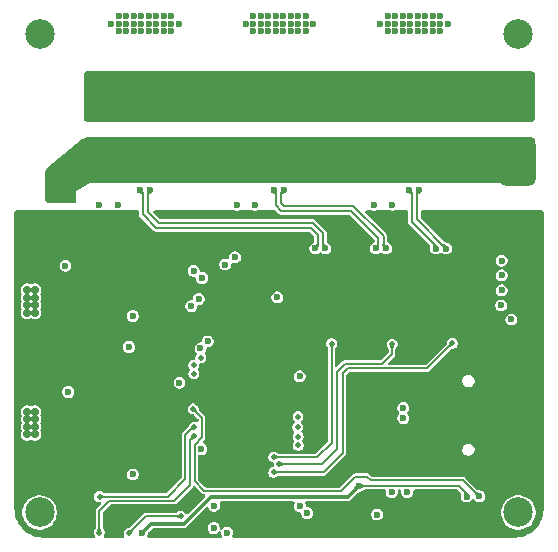
<source format=gbr>
%TF.GenerationSoftware,KiCad,Pcbnew,9.0.0-rc3-101-g1c85751bf0*%
%TF.CreationDate,2025-12-24T13:29:29+08:00*%
%TF.ProjectId,M4310_Drv,4d343331-305f-4447-9276-2e6b69636164,rev?*%
%TF.SameCoordinates,Original*%
%TF.FileFunction,Copper,L3,Inr*%
%TF.FilePolarity,Positive*%
%FSLAX46Y46*%
G04 Gerber Fmt 4.6, Leading zero omitted, Abs format (unit mm)*
G04 Created by KiCad (PCBNEW 9.0.0-rc3-101-g1c85751bf0) date 2025-12-24 13:29:29*
%MOMM*%
%LPD*%
G01*
G04 APERTURE LIST*
G04 Aperture macros list*
%AMRoundRect*
0 Rectangle with rounded corners*
0 $1 Rounding radius*
0 $2 $3 $4 $5 $6 $7 $8 $9 X,Y pos of 4 corners*
0 Add a 4 corners polygon primitive as box body*
4,1,4,$2,$3,$4,$5,$6,$7,$8,$9,$2,$3,0*
0 Add four circle primitives for the rounded corners*
1,1,$1+$1,$2,$3*
1,1,$1+$1,$4,$5*
1,1,$1+$1,$6,$7*
1,1,$1+$1,$8,$9*
0 Add four rect primitives between the rounded corners*
20,1,$1+$1,$2,$3,$4,$5,0*
20,1,$1+$1,$4,$5,$6,$7,0*
20,1,$1+$1,$6,$7,$8,$9,0*
20,1,$1+$1,$8,$9,$2,$3,0*%
G04 Aperture macros list end*
%TA.AperFunction,ComponentPad*%
%ADD10RoundRect,0.500000X-1.000000X-1.500000X1.000000X-1.500000X1.000000X1.500000X-1.000000X1.500000X0*%
%TD*%
%TA.AperFunction,ComponentPad*%
%ADD11O,2.000000X1.200000*%
%TD*%
%TA.AperFunction,ComponentPad*%
%ADD12O,1.800000X1.200000*%
%TD*%
%TA.AperFunction,ViaPad*%
%ADD13C,0.600000*%
%TD*%
%TA.AperFunction,ViaPad*%
%ADD14C,0.700000*%
%TD*%
%TA.AperFunction,ViaPad*%
%ADD15C,2.500000*%
%TD*%
%TA.AperFunction,ViaPad*%
%ADD16C,0.508000*%
%TD*%
%TA.AperFunction,Conductor*%
%ADD17C,0.304800*%
%TD*%
%TA.AperFunction,Conductor*%
%ADD18C,0.203200*%
%TD*%
%TA.AperFunction,Conductor*%
%ADD19C,0.200000*%
%TD*%
%TA.AperFunction,Conductor*%
%ADD20C,0.152400*%
%TD*%
G04 APERTURE END LIST*
D10*
%TO.N,PGND*%
%TO.C,REF\u002A\u002A*%
X200375001Y-106600000D03*
%TD*%
%TO.N,DCBUS*%
%TO.C,REF\u002A\u002A*%
X200375001Y-101050000D03*
%TD*%
%TO.N,PGND*%
%TO.C,*%
X200400000Y-106600000D03*
%TD*%
D11*
%TO.N,GND*%
%TO.C,USBC1*%
X195737500Y-123695000D03*
D12*
X199917500Y-123695000D03*
X199917500Y-132355000D03*
D11*
X195737500Y-132355000D03*
%TD*%
D13*
%TO.N,GND*%
X162195000Y-111245000D03*
X160925000Y-112515000D03*
X161560000Y-111880000D03*
X161560000Y-112515000D03*
X161560000Y-111245000D03*
X160925000Y-111880000D03*
X162195000Y-111880000D03*
X162195000Y-112515000D03*
X160925000Y-111245000D03*
D14*
%TO.N,DCBUS*%
X158890000Y-128995000D03*
X159525000Y-128995000D03*
X159525000Y-128360000D03*
X158890000Y-129630000D03*
X158890000Y-128360000D03*
X159525000Y-127725000D03*
X158890000Y-127725000D03*
X159525000Y-129630000D03*
D13*
%TO.N,+12V*%
X167500000Y-122240000D03*
D14*
%TO.N,DCBUS*%
X158880000Y-119320000D03*
X159515000Y-118685000D03*
X158880000Y-118685000D03*
X159515000Y-118050000D03*
X158880000Y-118050000D03*
X159515000Y-117415000D03*
X158880000Y-117415000D03*
X159515000Y-119320000D03*
D15*
%TO.N,*%
X159932233Y-95714434D03*
X200467767Y-95714482D03*
X159932232Y-136250013D03*
X200467767Y-136250001D03*
D13*
%TO.N,GND*%
X176327000Y-127193000D03*
X179375000Y-128209000D03*
X175311000Y-126177000D03*
X179375000Y-129225000D03*
X175311000Y-129225000D03*
X177343000Y-128209000D03*
X181425000Y-115550000D03*
X176327000Y-126177000D03*
X158890000Y-131910000D03*
X191065000Y-116025000D03*
X185940000Y-116075000D03*
X179375000Y-126177000D03*
X178359000Y-127193000D03*
X176327000Y-129225000D03*
X186575000Y-116075000D03*
X175311000Y-127193000D03*
X178359000Y-125161000D03*
X185225000Y-111675000D03*
X175311000Y-128209000D03*
X175311000Y-125161000D03*
X170400000Y-135950000D03*
X185940000Y-116710000D03*
X177343000Y-126177000D03*
X176327000Y-128209000D03*
X177343000Y-127193000D03*
X178359000Y-128209000D03*
X176327000Y-125161000D03*
X159525000Y-131275000D03*
X191700000Y-116025000D03*
X186575000Y-116710000D03*
X191065000Y-116660000D03*
X179075000Y-113775000D03*
X179375000Y-125161000D03*
X178359000Y-129225000D03*
X179375000Y-127193000D03*
X165490000Y-131135000D03*
X180600000Y-115550000D03*
X158890000Y-131275000D03*
X165490000Y-130500000D03*
X177343000Y-125161000D03*
X166125000Y-131135000D03*
X178359000Y-126177000D03*
X166125000Y-130500000D03*
X191700000Y-116660000D03*
X159525000Y-131910000D03*
X177343000Y-129225000D03*
X180250000Y-122275000D03*
D14*
%TO.N,DCBUS*%
X176375000Y-102525000D03*
X166275000Y-102525000D03*
X166275000Y-99275000D03*
X165625000Y-100575000D03*
X187825000Y-99275000D03*
X188475000Y-102525000D03*
X189125000Y-99925000D03*
X176375000Y-101225000D03*
X164975000Y-102525000D03*
X190425000Y-101225000D03*
X188475000Y-100575000D03*
X176375000Y-99275000D03*
X188475000Y-101875000D03*
X166275000Y-101875000D03*
X165625000Y-99275000D03*
X189775000Y-100575000D03*
X189125000Y-101225000D03*
X175725000Y-99275000D03*
X177025000Y-99275000D03*
X176375000Y-99925000D03*
X175725000Y-101225000D03*
X189125000Y-100575000D03*
X164975000Y-101875000D03*
X166925000Y-101875000D03*
X177025000Y-101875000D03*
X187825000Y-99925000D03*
X178325000Y-101875000D03*
X166275000Y-99925000D03*
X188475000Y-99925000D03*
X165625000Y-101225000D03*
X187175000Y-99925000D03*
X164975000Y-99275000D03*
X164325000Y-101875000D03*
X165625000Y-101875000D03*
X164325000Y-100575000D03*
X177675000Y-99275000D03*
X166275000Y-100575000D03*
X190425000Y-100575000D03*
X187175000Y-100575000D03*
X176375000Y-100575000D03*
X189775000Y-101225000D03*
X167575000Y-102525000D03*
X189775000Y-99925000D03*
X165625000Y-102525000D03*
X188475000Y-101225000D03*
X177675000Y-102525000D03*
X188475000Y-99275000D03*
X166925000Y-102525000D03*
X178975000Y-102525000D03*
X166925000Y-99275000D03*
X189125000Y-99275000D03*
X187175000Y-101225000D03*
X189125000Y-101875000D03*
X189775000Y-101875000D03*
X167575000Y-100575000D03*
X187825000Y-101875000D03*
X189125000Y-102525000D03*
X178975000Y-101875000D03*
X175725000Y-102525000D03*
X178975000Y-99925000D03*
X187175000Y-102525000D03*
X177025000Y-102525000D03*
X178325000Y-101225000D03*
X189775000Y-99275000D03*
X178325000Y-102525000D03*
X178975000Y-101225000D03*
X177675000Y-100575000D03*
X178975000Y-100575000D03*
X166275000Y-101225000D03*
X164325000Y-102525000D03*
X190425000Y-102525000D03*
X190425000Y-99925000D03*
X190425000Y-101875000D03*
X175725000Y-101875000D03*
X189775000Y-102525000D03*
X178325000Y-99275000D03*
X164325000Y-101225000D03*
X178325000Y-100575000D03*
X178975000Y-99275000D03*
X177025000Y-99925000D03*
X187825000Y-102525000D03*
X167575000Y-101875000D03*
X167575000Y-101225000D03*
X166925000Y-100575000D03*
X164975000Y-99925000D03*
X177025000Y-101225000D03*
X166925000Y-99925000D03*
X164325000Y-99275000D03*
X164975000Y-100575000D03*
X165625000Y-99925000D03*
X177675000Y-101875000D03*
X187825000Y-101225000D03*
X177675000Y-99925000D03*
X167575000Y-99275000D03*
X178325000Y-99925000D03*
X166925000Y-101225000D03*
X177025000Y-100575000D03*
X164325000Y-99925000D03*
X176375000Y-101875000D03*
X187825000Y-100575000D03*
X167575000Y-99925000D03*
X164975000Y-101225000D03*
X177675000Y-101225000D03*
X175725000Y-100575000D03*
X190425000Y-99275000D03*
X187175000Y-99275000D03*
X175725000Y-99925000D03*
X187175000Y-101875000D03*
D13*
%TO.N,+12V*%
X167830000Y-119620000D03*
X162120000Y-115350000D03*
X180050000Y-118040000D03*
%TO.N,+5V*%
X168575000Y-138000000D03*
X167825000Y-133030000D03*
X196100000Y-134900000D03*
X162350000Y-126050000D03*
X186950000Y-133998800D03*
%TO.N,VCC*%
X175800000Y-137975000D03*
X173625000Y-130875000D03*
D16*
X167500000Y-138000000D03*
X171878730Y-136583367D03*
D13*
X171770000Y-125270000D03*
X199875000Y-119900000D03*
X188500000Y-136421600D03*
X181950000Y-124725000D03*
D16*
X173575020Y-123150618D03*
D13*
%TO.N,/SH_A*%
X190045000Y-95510000D03*
X191950000Y-94240000D03*
X193220000Y-94875000D03*
X193855000Y-94240000D03*
X190045000Y-94240000D03*
X193855000Y-95510000D03*
X191315000Y-94240000D03*
X191315000Y-95510000D03*
X188250000Y-110200000D03*
X191315000Y-94875000D03*
X190680000Y-94240000D03*
X192585000Y-95510000D03*
X176470000Y-114650000D03*
X193220000Y-94240000D03*
X190680000Y-94875000D03*
X190045000Y-94875000D03*
X192585000Y-94240000D03*
X191950000Y-94875000D03*
X188775000Y-94875000D03*
X193855000Y-94875000D03*
X189410000Y-94875000D03*
X192585000Y-94875000D03*
X189410000Y-94240000D03*
X189410000Y-95510000D03*
X190680000Y-95510000D03*
X191950000Y-95510000D03*
X193220000Y-95510000D03*
X194490000Y-94875000D03*
%TO.N,/SH_B*%
X172970000Y-115799000D03*
X177400000Y-94875000D03*
X180575000Y-95510000D03*
X176625000Y-110200000D03*
X181845000Y-94875000D03*
X178035000Y-94240000D03*
X179305000Y-94875000D03*
X181210000Y-94875000D03*
X182480000Y-94875000D03*
X181845000Y-94240000D03*
X178670000Y-94875000D03*
X181210000Y-94240000D03*
X178670000Y-95510000D03*
X179305000Y-94240000D03*
X178035000Y-95510000D03*
X179940000Y-95510000D03*
X180575000Y-94875000D03*
X182480000Y-95510000D03*
X178670000Y-94240000D03*
X183115000Y-94875000D03*
X179940000Y-94875000D03*
X182480000Y-94240000D03*
X178035000Y-94875000D03*
X181210000Y-95510000D03*
X181845000Y-95510000D03*
X179940000Y-94240000D03*
X180575000Y-94240000D03*
X179305000Y-95510000D03*
%TO.N,/SH_C*%
X166645000Y-94875000D03*
X171090000Y-95510000D03*
X168550000Y-94240000D03*
X167915000Y-95510000D03*
X169185000Y-94875000D03*
X164975000Y-110175000D03*
X167280000Y-94240000D03*
X167280000Y-94875000D03*
X171090000Y-94875000D03*
X170455000Y-95510000D03*
X166645000Y-94240000D03*
X169185000Y-94240000D03*
X169185000Y-95510000D03*
X166645000Y-95510000D03*
X171725000Y-94875000D03*
X170455000Y-94875000D03*
X166010000Y-94875000D03*
X172770000Y-118780000D03*
X169820000Y-94240000D03*
X170455000Y-94240000D03*
X168550000Y-95510000D03*
X167915000Y-94875000D03*
X167280000Y-95510000D03*
X168550000Y-94875000D03*
X169820000Y-94875000D03*
X169820000Y-95510000D03*
X171090000Y-94240000D03*
X167915000Y-94240000D03*
%TO.N,/CAN-*%
X182575521Y-136300521D03*
X174675000Y-137575000D03*
%TO.N,/CAN+*%
X174700000Y-135675000D03*
X181974479Y-135699479D03*
%TO.N,/GH_A*%
X189800000Y-110200000D03*
X175635000Y-115255000D03*
%TO.N,IA+*%
X192080000Y-108975520D03*
X194340152Y-113900000D03*
%TO.N,/GH_B*%
X178175000Y-110200000D03*
X173675000Y-116400000D03*
%TO.N,IB+*%
X189255000Y-113890000D03*
X180590000Y-108975520D03*
%TO.N,/GH_C*%
X166575000Y-110175000D03*
X173392652Y-118180878D03*
%TO.N,/USB_DN*%
X174150000Y-121750000D03*
X190725000Y-128250000D03*
%TO.N,/SPI1_MOSI*%
X199050000Y-116175000D03*
D16*
X181775000Y-129005200D03*
D13*
%TO.N,/E_CS*%
X199050000Y-114925000D03*
D16*
X181800000Y-128125000D03*
%TO.N,/SPI1_MISO*%
X181825000Y-129825000D03*
D13*
X199000000Y-118725000D03*
D16*
%TO.N,/SPI1_SCK*%
X181825000Y-130575000D03*
D13*
X199050000Y-117450000D03*
%TO.N,/USB_DP*%
X173548960Y-122351040D03*
X190725000Y-127400000D03*
D16*
%TO.N,/SW_DIO*%
X172971870Y-123782861D03*
D13*
X191050000Y-134527400D03*
D16*
%TO.N,/FDCAN_TX*%
X173025000Y-129000000D03*
X165000000Y-134900000D03*
%TO.N,/FDCAN_RX*%
X173027600Y-129777600D03*
X164975000Y-137950000D03*
%TO.N,/IB*%
X180225000Y-132150000D03*
X189775000Y-122000000D03*
%TO.N,/IC*%
X184650000Y-121950000D03*
X179752240Y-131560213D03*
D13*
%TO.N,/SPI3_MOSI*%
X197150000Y-134875000D03*
D16*
X172925000Y-127475000D03*
%TO.N,/IA*%
X194875000Y-121925000D03*
X179750000Y-132850000D03*
D13*
%TO.N,/SW_SCK*%
X189750000Y-134550000D03*
D16*
X172990156Y-124490628D03*
D13*
%TO.N,/IC+*%
X169300000Y-108975520D03*
X184125000Y-113880000D03*
D14*
%TO.N,PGND*%
X188736200Y-106577600D03*
X188025000Y-105175000D03*
X165975000Y-105813800D03*
D13*
X179740000Y-108975520D03*
X160925000Y-107500000D03*
D14*
X177261200Y-107263800D03*
D13*
X183275000Y-113880000D03*
D14*
X189447400Y-105175000D03*
X165975000Y-107236200D03*
X176550000Y-107975000D03*
X176550000Y-105841400D03*
X166686200Y-105122400D03*
X165975000Y-105122400D03*
X165263800Y-107236200D03*
X176550000Y-107263800D03*
X189447400Y-108000000D03*
X188025000Y-105866400D03*
X188025000Y-107288800D03*
X177261200Y-105150000D03*
D13*
X162195000Y-108135000D03*
D14*
X177261200Y-105841400D03*
X177972400Y-105150000D03*
X165263800Y-105122400D03*
X176550000Y-105150000D03*
X188736200Y-105866400D03*
D13*
X162195000Y-108770000D03*
X168450000Y-108975520D03*
D14*
X166686200Y-107947400D03*
X188025000Y-108000000D03*
X165263800Y-105813800D03*
D13*
X160925000Y-108770000D03*
D14*
X165263800Y-106525000D03*
D13*
X160925000Y-108135000D03*
D14*
X177261200Y-106552600D03*
X165975000Y-106525000D03*
D13*
X162195000Y-107500000D03*
D14*
X177261200Y-107975000D03*
D13*
X193490152Y-113900000D03*
D14*
X177972400Y-107975000D03*
D13*
X188405000Y-113890000D03*
D14*
X188736200Y-108000000D03*
X165975000Y-107947400D03*
D13*
X161560000Y-108770000D03*
X161560000Y-108135000D03*
X191230000Y-108975520D03*
D14*
X188025000Y-106577600D03*
X188736200Y-107288800D03*
X188736200Y-105175000D03*
D13*
X161560000Y-107500000D03*
D14*
X176550000Y-106552600D03*
X165263800Y-107947400D03*
%TD*%
D17*
%TO.N,+5V*%
X174400000Y-134950000D02*
X185998800Y-134950000D01*
X169350000Y-137225000D02*
X172125000Y-137225000D01*
X185998800Y-134950000D02*
X186950000Y-133998800D01*
X172125000Y-137225000D02*
X174400000Y-134950000D01*
D18*
X186950000Y-133998800D02*
X195423800Y-133998800D01*
X196100000Y-134675000D02*
X196100000Y-134900000D01*
D17*
X168575000Y-138000000D02*
X169350000Y-137225000D01*
D18*
X195423800Y-133998800D02*
X196100000Y-134675000D01*
D19*
%TO.N,VCC*%
X167500000Y-138000000D02*
X168916633Y-136583367D01*
X168916633Y-136583367D02*
X171878730Y-136583367D01*
%TO.N,IA+*%
X192080000Y-108975520D02*
X191880001Y-109175519D01*
X191880001Y-111439849D02*
X194340152Y-113900000D01*
X191880001Y-109175519D02*
X191880001Y-111439849D01*
%TO.N,IB+*%
X186493198Y-110275000D02*
X189055001Y-112836803D01*
X180390001Y-109175519D02*
X180390001Y-110071803D01*
X180590000Y-108975520D02*
X180390001Y-109175519D01*
X180593198Y-110275000D02*
X186493198Y-110275000D01*
X189055001Y-113690001D02*
X189255000Y-113890000D01*
X180390001Y-110071803D02*
X180593198Y-110275000D01*
X189055001Y-112836803D02*
X189055001Y-113690001D01*
%TO.N,/GH_C*%
X173336774Y-118125000D02*
X173392652Y-118180878D01*
D20*
%TO.N,/FDCAN_TX*%
X172250000Y-129675000D02*
X172250000Y-133450000D01*
X170800000Y-134900000D02*
X165000000Y-134900000D01*
X173025000Y-129000000D02*
X172925000Y-129000000D01*
X172250000Y-133450000D02*
X170800000Y-134900000D01*
X172925000Y-129000000D02*
X172250000Y-129675000D01*
%TO.N,/FDCAN_RX*%
X173027600Y-129777600D02*
X172675000Y-130130200D01*
X172675000Y-130130200D02*
X172675000Y-133883441D01*
X164975000Y-136100000D02*
X165800000Y-135275000D01*
X171283441Y-135275000D02*
X172670600Y-133887841D01*
X165800000Y-135275000D02*
X171283441Y-135275000D01*
X164975000Y-137950000D02*
X164975000Y-136100000D01*
%TO.N,/IB*%
X189775000Y-122825000D02*
X189775000Y-122000000D01*
X188950000Y-123650000D02*
X189775000Y-122825000D01*
X183825000Y-132150000D02*
X185100000Y-130875000D01*
X185100000Y-124325000D02*
X185775000Y-123650000D01*
X185775000Y-123650000D02*
X188950000Y-123650000D01*
X185100000Y-130875000D02*
X185100000Y-124325000D01*
X180225000Y-132150000D02*
X183825000Y-132150000D01*
%TO.N,/IC*%
X183414787Y-131560213D02*
X179752240Y-131560213D01*
X184650000Y-121950000D02*
X184650000Y-130325000D01*
X184650000Y-130325000D02*
X183414787Y-131560213D01*
%TO.N,/SPI3_MOSI*%
X185450000Y-134425000D02*
X186650000Y-133225000D01*
X173875000Y-134425000D02*
X185450000Y-134425000D01*
X187675000Y-133225000D02*
X187975000Y-133525000D01*
X172925000Y-127475000D02*
X173675000Y-128225000D01*
X187975000Y-133525000D02*
X195800000Y-133525000D01*
X173675000Y-129900000D02*
X173047800Y-130527200D01*
X173675000Y-128225000D02*
X173675000Y-129900000D01*
X173047800Y-130527200D02*
X173047800Y-133597800D01*
X186650000Y-133225000D02*
X187675000Y-133225000D01*
X173047800Y-133597800D02*
X173875000Y-134425000D01*
X195800000Y-133525000D02*
X197150000Y-134875000D01*
%TO.N,/IA*%
X185600000Y-124475000D02*
X186025000Y-124050000D01*
X186025000Y-124050000D02*
X192750000Y-124050000D01*
X183975000Y-132850000D02*
X185600000Y-131225000D01*
X192750000Y-124050000D02*
X194875000Y-121925000D01*
X179750000Y-132850000D02*
X183975000Y-132850000D01*
X185600000Y-131225000D02*
X185600000Y-124475000D01*
D19*
%TO.N,/IC+*%
X169100001Y-110821803D02*
X170003198Y-111725000D01*
X183925001Y-113680001D02*
X184125000Y-113880000D01*
X183068198Y-111725000D02*
X183925001Y-112581803D01*
X170003198Y-111725000D02*
X183068198Y-111725000D01*
X183925001Y-112581803D02*
X183925001Y-113680001D01*
X169100001Y-109175519D02*
X169100001Y-110821803D01*
X169300000Y-108975520D02*
X169100001Y-109175519D01*
%TO.N,PGND*%
X183474999Y-113680001D02*
X183275000Y-113880000D01*
X188604999Y-113690001D02*
X188405000Y-113890000D01*
X179939999Y-109175519D02*
X179939999Y-110258197D01*
X186306802Y-110725000D02*
X188604999Y-113023197D01*
X191429999Y-111626244D02*
X193490152Y-113686397D01*
X168649999Y-109175519D02*
X168649999Y-111008197D01*
X183474999Y-112768197D02*
X183474999Y-113680001D01*
X188604999Y-113023197D02*
X188604999Y-113690001D01*
X191429999Y-109175519D02*
X191429999Y-111626244D01*
X179939999Y-110258197D02*
X180406802Y-110725000D01*
X169816802Y-112175000D02*
X182881802Y-112175000D01*
X168649999Y-111008197D02*
X169816802Y-112175000D01*
X168450000Y-108975520D02*
X168649999Y-109175519D01*
X180406802Y-110725000D02*
X186306802Y-110725000D01*
X191230000Y-108975520D02*
X191429999Y-109175519D01*
X193490152Y-113686397D02*
X193490152Y-113900000D01*
X182881802Y-112175000D02*
X183474999Y-112768197D01*
X179740000Y-108975520D02*
X179939999Y-109175519D01*
%TD*%
%TA.AperFunction,Conductor*%
%TO.N,PGND*%
G36*
X201715677Y-104519685D02*
G01*
X201736319Y-104536319D01*
X201863681Y-104663681D01*
X201897166Y-104725004D01*
X201900000Y-104751362D01*
X201900000Y-108098638D01*
X201891355Y-108128078D01*
X201884832Y-108158065D01*
X201881077Y-108163080D01*
X201880315Y-108165677D01*
X201863681Y-108186319D01*
X201736319Y-108313681D01*
X201674996Y-108347166D01*
X201648638Y-108350000D01*
X164190001Y-108350000D01*
X163582500Y-108687500D01*
X163582499Y-108687499D01*
X163142278Y-108932067D01*
X163142275Y-108932069D01*
X162974999Y-109024999D01*
X162979959Y-109223376D01*
X162979959Y-109223389D01*
X162997448Y-109922901D01*
X162979445Y-109990411D01*
X162927802Y-110037472D01*
X162873487Y-110050000D01*
X160651362Y-110050000D01*
X160621921Y-110041355D01*
X160591935Y-110034832D01*
X160586919Y-110031077D01*
X160584323Y-110030315D01*
X160563681Y-110013681D01*
X160436319Y-109886319D01*
X160402834Y-109824996D01*
X160400000Y-109798638D01*
X160400000Y-107452501D01*
X160411628Y-107400075D01*
X160541631Y-107121418D01*
X160574328Y-107078832D01*
X163479998Y-104642539D01*
X163517276Y-104621030D01*
X163750156Y-104536319D01*
X163829465Y-104507470D01*
X163871853Y-104500000D01*
X201648638Y-104500000D01*
X201715677Y-104519685D01*
G37*
%TD.AperFunction*%
%TD*%
%TA.AperFunction,Conductor*%
%TO.N,DCBUS*%
G36*
X201715677Y-98919685D02*
G01*
X201736319Y-98936319D01*
X201863681Y-99063681D01*
X201897166Y-99125004D01*
X201900000Y-99151362D01*
X201900000Y-102898638D01*
X201891355Y-102928078D01*
X201884832Y-102958065D01*
X201881077Y-102963080D01*
X201880315Y-102965677D01*
X201863681Y-102986319D01*
X201736319Y-103113681D01*
X201674996Y-103147166D01*
X201648638Y-103150000D01*
X163901362Y-103150000D01*
X163834323Y-103130315D01*
X163813681Y-103113681D01*
X163686319Y-102986319D01*
X163652834Y-102924996D01*
X163650000Y-102898638D01*
X163650000Y-99151362D01*
X163658644Y-99121921D01*
X163665168Y-99091935D01*
X163668922Y-99086919D01*
X163669685Y-99084323D01*
X163686319Y-99063681D01*
X163813681Y-98936319D01*
X163875004Y-98902834D01*
X163901362Y-98900000D01*
X201648638Y-98900000D01*
X201715677Y-98919685D01*
G37*
%TD.AperFunction*%
%TD*%
%TA.AperFunction,Conductor*%
%TO.N,GND*%
G36*
X164908687Y-110678700D02*
G01*
X165041313Y-110678700D01*
X165055121Y-110675000D01*
X166478554Y-110675000D01*
X166500595Y-110677901D01*
X166500630Y-110677639D01*
X166508686Y-110678699D01*
X166508687Y-110678700D01*
X166508688Y-110678700D01*
X166641312Y-110678700D01*
X166641313Y-110678700D01*
X166641313Y-110678699D01*
X166649370Y-110677639D01*
X166649404Y-110677901D01*
X166671446Y-110675000D01*
X168222299Y-110675000D01*
X168289338Y-110694685D01*
X168335093Y-110747489D01*
X168346299Y-110799000D01*
X168346299Y-111048183D01*
X168366993Y-111125418D01*
X168366995Y-111125421D01*
X168406978Y-111194673D01*
X169630326Y-112418021D01*
X169699578Y-112458004D01*
X169776819Y-112478701D01*
X169776822Y-112478701D01*
X169864382Y-112478701D01*
X169864398Y-112478700D01*
X182704643Y-112478700D01*
X182771682Y-112498385D01*
X182792324Y-112515019D01*
X183134980Y-112857674D01*
X183168465Y-112918997D01*
X183171299Y-112945355D01*
X183171299Y-113291170D01*
X183151614Y-113358209D01*
X183098810Y-113403964D01*
X183082572Y-113409801D01*
X183080576Y-113410628D01*
X182965724Y-113476937D01*
X182965719Y-113476941D01*
X182871941Y-113570719D01*
X182871937Y-113570724D01*
X182805628Y-113685576D01*
X182805627Y-113685577D01*
X182788463Y-113749633D01*
X182771300Y-113813687D01*
X182771300Y-113813689D01*
X182771300Y-113946310D01*
X182771299Y-113946310D01*
X182805627Y-114074422D01*
X182805628Y-114074423D01*
X182871937Y-114189275D01*
X182871939Y-114189278D01*
X182871940Y-114189279D01*
X182965721Y-114283060D01*
X182965722Y-114283061D01*
X182965724Y-114283062D01*
X183023150Y-114316216D01*
X183080579Y-114349373D01*
X183208687Y-114383700D01*
X183208690Y-114383700D01*
X183341310Y-114383700D01*
X183341313Y-114383700D01*
X183469421Y-114349373D01*
X183584279Y-114283060D01*
X183612319Y-114255020D01*
X183673642Y-114221535D01*
X183743334Y-114226519D01*
X183787681Y-114255020D01*
X183815721Y-114283060D01*
X183815722Y-114283061D01*
X183815724Y-114283062D01*
X183873150Y-114316216D01*
X183930579Y-114349373D01*
X184058687Y-114383700D01*
X184058690Y-114383700D01*
X184191310Y-114383700D01*
X184191313Y-114383700D01*
X184319421Y-114349373D01*
X184434279Y-114283060D01*
X184528060Y-114189279D01*
X184594373Y-114074421D01*
X184628700Y-113946313D01*
X184628700Y-113813687D01*
X184594373Y-113685579D01*
X184533835Y-113580724D01*
X184528062Y-113570724D01*
X184528058Y-113570719D01*
X184434280Y-113476941D01*
X184434275Y-113476937D01*
X184319423Y-113410628D01*
X184311912Y-113407517D01*
X184312531Y-113406022D01*
X184260946Y-113374578D01*
X184230418Y-113311731D01*
X184228701Y-113291170D01*
X184228701Y-112541820D01*
X184226365Y-112533103D01*
X184208005Y-112464579D01*
X184181124Y-112418021D01*
X184168022Y-112395327D01*
X184111477Y-112338782D01*
X184111476Y-112338781D01*
X184107146Y-112334451D01*
X184107135Y-112334441D01*
X183254676Y-111481981D01*
X183254675Y-111481980D01*
X183254674Y-111481979D01*
X183185422Y-111441996D01*
X183185419Y-111441994D01*
X183108184Y-111421300D01*
X183108181Y-111421300D01*
X170180356Y-111421300D01*
X170113317Y-111401615D01*
X170092675Y-111384981D01*
X169594376Y-110886681D01*
X169560891Y-110825358D01*
X169565875Y-110755666D01*
X169607747Y-110699733D01*
X169673211Y-110675316D01*
X169682057Y-110675000D01*
X176435253Y-110675000D01*
X176467346Y-110679224D01*
X176558687Y-110703700D01*
X176558689Y-110703700D01*
X176691311Y-110703700D01*
X176691313Y-110703700D01*
X176782653Y-110679224D01*
X176814747Y-110675000D01*
X177985253Y-110675000D01*
X178017346Y-110679224D01*
X178108687Y-110703700D01*
X178108689Y-110703700D01*
X178241311Y-110703700D01*
X178241313Y-110703700D01*
X178332653Y-110679224D01*
X178364747Y-110675000D01*
X179875943Y-110675000D01*
X179942982Y-110694685D01*
X179963624Y-110711319D01*
X180220326Y-110968021D01*
X180289580Y-111008005D01*
X180366815Y-111028699D01*
X180366819Y-111028700D01*
X186129643Y-111028700D01*
X186196682Y-111048385D01*
X186217324Y-111065019D01*
X188264980Y-113112674D01*
X188279683Y-113139601D01*
X188296276Y-113165420D01*
X188297167Y-113171620D01*
X188298465Y-113173997D01*
X188301299Y-113200355D01*
X188301299Y-113301170D01*
X188281614Y-113368209D01*
X188228810Y-113413964D01*
X188212572Y-113419801D01*
X188210576Y-113420628D01*
X188095724Y-113486937D01*
X188095719Y-113486941D01*
X188001941Y-113580719D01*
X188001937Y-113580724D01*
X187935628Y-113695576D01*
X187935627Y-113695577D01*
X187932948Y-113705576D01*
X187901300Y-113823687D01*
X187901300Y-113823689D01*
X187901300Y-113956310D01*
X187901299Y-113956310D01*
X187935627Y-114084422D01*
X187935628Y-114084423D01*
X188001937Y-114199275D01*
X188001939Y-114199278D01*
X188001940Y-114199279D01*
X188095721Y-114293060D01*
X188095722Y-114293061D01*
X188095724Y-114293062D01*
X188113045Y-114303062D01*
X188210579Y-114359373D01*
X188338687Y-114393700D01*
X188338690Y-114393700D01*
X188471310Y-114393700D01*
X188471313Y-114393700D01*
X188599421Y-114359373D01*
X188714279Y-114293060D01*
X188742319Y-114265020D01*
X188803642Y-114231535D01*
X188873334Y-114236519D01*
X188917681Y-114265020D01*
X188945721Y-114293060D01*
X188945722Y-114293061D01*
X188945724Y-114293062D01*
X188963045Y-114303062D01*
X189060579Y-114359373D01*
X189188687Y-114393700D01*
X189188690Y-114393700D01*
X189321310Y-114393700D01*
X189321313Y-114393700D01*
X189449421Y-114359373D01*
X189564279Y-114293060D01*
X189658060Y-114199279D01*
X189724373Y-114084421D01*
X189758700Y-113956313D01*
X189758700Y-113823687D01*
X189724373Y-113695579D01*
X189663835Y-113590724D01*
X189658062Y-113580724D01*
X189658058Y-113580719D01*
X189564280Y-113486941D01*
X189564275Y-113486937D01*
X189449423Y-113420628D01*
X189441912Y-113417517D01*
X189442531Y-113416022D01*
X189390946Y-113384578D01*
X189360418Y-113321731D01*
X189358701Y-113301170D01*
X189358701Y-112886789D01*
X189358702Y-112886776D01*
X189358702Y-112796822D01*
X189358702Y-112796820D01*
X189338005Y-112719579D01*
X189298022Y-112650327D01*
X187534376Y-110886681D01*
X187500891Y-110825358D01*
X187505875Y-110755666D01*
X187547747Y-110699733D01*
X187613211Y-110675316D01*
X187622057Y-110675000D01*
X188060253Y-110675000D01*
X188092346Y-110679224D01*
X188183687Y-110703700D01*
X188183689Y-110703700D01*
X188316311Y-110703700D01*
X188316313Y-110703700D01*
X188407653Y-110679224D01*
X188439747Y-110675000D01*
X189610253Y-110675000D01*
X189642346Y-110679224D01*
X189733687Y-110703700D01*
X189733689Y-110703700D01*
X189866311Y-110703700D01*
X189866313Y-110703700D01*
X189957653Y-110679224D01*
X189989747Y-110675000D01*
X191002299Y-110675000D01*
X191069338Y-110694685D01*
X191115093Y-110747489D01*
X191126299Y-110799000D01*
X191126299Y-111666230D01*
X191146993Y-111743465D01*
X191146995Y-111743468D01*
X191186978Y-111812720D01*
X192093837Y-112719579D01*
X192982636Y-113608377D01*
X193016121Y-113669700D01*
X193014730Y-113728151D01*
X192986452Y-113833687D01*
X192986452Y-113966310D01*
X192986451Y-113966310D01*
X193020779Y-114094422D01*
X193020780Y-114094423D01*
X193087089Y-114209275D01*
X193087091Y-114209278D01*
X193087092Y-114209279D01*
X193180873Y-114303060D01*
X193295731Y-114369373D01*
X193423839Y-114403700D01*
X193423842Y-114403700D01*
X193556462Y-114403700D01*
X193556465Y-114403700D01*
X193684573Y-114369373D01*
X193799431Y-114303060D01*
X193827471Y-114275020D01*
X193888794Y-114241535D01*
X193958486Y-114246519D01*
X194002833Y-114275020D01*
X194030873Y-114303060D01*
X194145731Y-114369373D01*
X194273839Y-114403700D01*
X194273842Y-114403700D01*
X194406462Y-114403700D01*
X194406465Y-114403700D01*
X194534573Y-114369373D01*
X194649431Y-114303060D01*
X194743212Y-114209279D01*
X194809525Y-114094421D01*
X194843852Y-113966313D01*
X194843852Y-113833687D01*
X194809525Y-113705579D01*
X194743212Y-113590721D01*
X194649431Y-113496940D01*
X194649430Y-113496939D01*
X194649427Y-113496937D01*
X194534575Y-113430628D01*
X194534574Y-113430627D01*
X194494170Y-113419801D01*
X194406465Y-113396300D01*
X194406462Y-113396300D01*
X194359566Y-113396300D01*
X194353474Y-113395181D01*
X194349944Y-113395926D01*
X194315506Y-113388208D01*
X194247333Y-113362293D01*
X194203716Y-113334067D01*
X192220020Y-111350371D01*
X192186535Y-111289048D01*
X192183701Y-111262690D01*
X192183701Y-110799000D01*
X192203386Y-110731961D01*
X192256190Y-110686206D01*
X192307701Y-110675000D01*
X202475500Y-110675000D01*
X202542539Y-110694685D01*
X202588294Y-110747489D01*
X202599500Y-110799000D01*
X202599500Y-135978479D01*
X202599274Y-135985968D01*
X202582453Y-136263977D01*
X202580648Y-136278840D01*
X202531120Y-136549099D01*
X202527536Y-136563638D01*
X202445796Y-136825948D01*
X202440487Y-136839948D01*
X202327721Y-137090505D01*
X202320762Y-137103763D01*
X202178619Y-137338899D01*
X202170115Y-137351219D01*
X202147116Y-137380577D01*
X202000673Y-137567500D01*
X201990745Y-137578707D01*
X201796457Y-137773001D01*
X201785251Y-137782929D01*
X201591969Y-137934361D01*
X201568968Y-137952382D01*
X201556645Y-137960887D01*
X201321520Y-138103032D01*
X201308262Y-138109991D01*
X201057711Y-138222762D01*
X201043711Y-138228072D01*
X200781398Y-138309821D01*
X200766860Y-138313405D01*
X200496599Y-138362942D01*
X200481735Y-138364747D01*
X200204836Y-138381507D01*
X200197344Y-138381734D01*
X176361568Y-138381734D01*
X176294529Y-138362049D01*
X176248774Y-138309245D01*
X176238830Y-138240087D01*
X176254179Y-138195736D01*
X176269373Y-138169421D01*
X176303700Y-138041313D01*
X176303700Y-137908687D01*
X176269373Y-137780579D01*
X176206378Y-137671468D01*
X176203062Y-137665724D01*
X176203058Y-137665719D01*
X176109280Y-137571941D01*
X176109275Y-137571937D01*
X175994423Y-137505628D01*
X175994422Y-137505627D01*
X175941863Y-137491544D01*
X175866313Y-137471300D01*
X175733687Y-137471300D01*
X175673703Y-137487373D01*
X175605577Y-137505627D01*
X175605576Y-137505628D01*
X175490724Y-137571937D01*
X175490719Y-137571941D01*
X175391193Y-137671468D01*
X175388928Y-137669203D01*
X175344636Y-137701538D01*
X175274890Y-137705686D01*
X175213973Y-137671468D01*
X175181226Y-137609747D01*
X175178700Y-137584845D01*
X175178700Y-137508689D01*
X175178700Y-137508687D01*
X175144373Y-137380579D01*
X175078060Y-137265721D01*
X174984279Y-137171940D01*
X174984278Y-137171939D01*
X174984275Y-137171937D01*
X174869423Y-137105628D01*
X174869422Y-137105627D01*
X174837394Y-137097045D01*
X174741313Y-137071300D01*
X174608687Y-137071300D01*
X174537014Y-137090505D01*
X174480577Y-137105627D01*
X174480576Y-137105628D01*
X174365724Y-137171937D01*
X174365719Y-137171941D01*
X174271941Y-137265719D01*
X174271937Y-137265724D01*
X174205628Y-137380576D01*
X174205627Y-137380577D01*
X174188463Y-137444633D01*
X174171300Y-137508687D01*
X174171300Y-137508689D01*
X174171300Y-137641310D01*
X174171299Y-137641310D01*
X174205627Y-137769422D01*
X174205628Y-137769423D01*
X174271937Y-137884275D01*
X174271939Y-137884278D01*
X174271940Y-137884279D01*
X174365721Y-137978060D01*
X174480579Y-138044373D01*
X174608687Y-138078700D01*
X174608690Y-138078700D01*
X174741310Y-138078700D01*
X174741313Y-138078700D01*
X174869421Y-138044373D01*
X174984279Y-137978060D01*
X175078060Y-137884279D01*
X175078060Y-137884278D01*
X175083807Y-137878532D01*
X175086077Y-137880802D01*
X175130310Y-137848480D01*
X175200055Y-137844300D01*
X175260988Y-137878491D01*
X175293762Y-137940196D01*
X175296300Y-137965154D01*
X175296300Y-138041310D01*
X175296299Y-138041310D01*
X175301376Y-138060257D01*
X175330627Y-138169421D01*
X175345819Y-138195735D01*
X175362292Y-138263634D01*
X175339440Y-138329661D01*
X175284519Y-138372851D01*
X175238432Y-138381734D01*
X169151002Y-138381734D01*
X169083963Y-138362049D01*
X169038208Y-138309245D01*
X169028264Y-138240087D01*
X169031363Y-138225136D01*
X169035584Y-138209643D01*
X169044373Y-138194421D01*
X169078700Y-138066313D01*
X169078700Y-138051401D01*
X169083061Y-138035396D01*
X169093028Y-138019197D01*
X169098385Y-138000955D01*
X169102619Y-137994783D01*
X169138180Y-137946182D01*
X169138185Y-137946170D01*
X169139837Y-137943494D01*
X169157694Y-137920906D01*
X169461184Y-137617416D01*
X169522506Y-137583934D01*
X169548864Y-137581100D01*
X172171878Y-137581100D01*
X172171881Y-137581100D01*
X172228144Y-137566025D01*
X172262447Y-137556834D01*
X172262447Y-137556833D01*
X172262450Y-137556833D01*
X172343651Y-137509951D01*
X174027222Y-135826379D01*
X174088543Y-135792896D01*
X174158235Y-135797880D01*
X174214168Y-135839752D01*
X174229461Y-135866606D01*
X174230627Y-135869422D01*
X174296937Y-135984275D01*
X174296939Y-135984278D01*
X174296940Y-135984279D01*
X174390721Y-136078060D01*
X174390722Y-136078061D01*
X174390724Y-136078062D01*
X174439283Y-136106097D01*
X174505579Y-136144373D01*
X174633687Y-136178700D01*
X174633690Y-136178700D01*
X174766310Y-136178700D01*
X174766313Y-136178700D01*
X174894421Y-136144373D01*
X175009279Y-136078060D01*
X175103060Y-135984279D01*
X175169373Y-135869421D01*
X175203700Y-135741313D01*
X175203700Y-135608687D01*
X175169373Y-135480579D01*
X175169372Y-135480577D01*
X175168120Y-135477555D01*
X175167823Y-135474798D01*
X175167269Y-135472729D01*
X175167591Y-135472642D01*
X175160650Y-135408086D01*
X175191923Y-135345606D01*
X175252011Y-135309952D01*
X175282680Y-135306100D01*
X181405200Y-135306100D01*
X181472239Y-135325785D01*
X181517994Y-135378589D01*
X181527938Y-135447747D01*
X181512588Y-135492099D01*
X181505106Y-135505057D01*
X181505106Y-135505058D01*
X181470779Y-135633166D01*
X181470779Y-135633168D01*
X181470779Y-135765789D01*
X181470778Y-135765789D01*
X181505106Y-135893901D01*
X181505107Y-135893902D01*
X181571416Y-136008754D01*
X181571418Y-136008757D01*
X181571419Y-136008758D01*
X181665200Y-136102539D01*
X181665201Y-136102540D01*
X181665203Y-136102541D01*
X181709780Y-136128277D01*
X181780058Y-136168852D01*
X181908166Y-136203179D01*
X181908169Y-136203179D01*
X181947821Y-136203179D01*
X182014860Y-136222864D01*
X182060615Y-136275668D01*
X182071821Y-136327179D01*
X182071821Y-136366831D01*
X182071820Y-136366831D01*
X182106148Y-136494943D01*
X182106149Y-136494944D01*
X182172458Y-136609796D01*
X182172460Y-136609799D01*
X182172461Y-136609800D01*
X182266242Y-136703581D01*
X182381100Y-136769894D01*
X182509208Y-136804221D01*
X182509211Y-136804221D01*
X182641831Y-136804221D01*
X182641834Y-136804221D01*
X182769942Y-136769894D01*
X182884800Y-136703581D01*
X182978581Y-136609800D01*
X183044894Y-136494942D01*
X183046778Y-136487910D01*
X187996299Y-136487910D01*
X188030627Y-136616022D01*
X188030628Y-136616023D01*
X188096937Y-136730875D01*
X188096939Y-136730878D01*
X188096940Y-136730879D01*
X188190721Y-136824660D01*
X188190722Y-136824661D01*
X188190724Y-136824662D01*
X188248150Y-136857816D01*
X188305579Y-136890973D01*
X188433687Y-136925300D01*
X188433690Y-136925300D01*
X188566310Y-136925300D01*
X188566313Y-136925300D01*
X188694421Y-136890973D01*
X188809279Y-136824660D01*
X188903060Y-136730879D01*
X188969373Y-136616021D01*
X189003700Y-136487913D01*
X189003700Y-136355287D01*
X188969373Y-136227179D01*
X188916495Y-136135592D01*
X199014067Y-136135592D01*
X199014067Y-136364410D01*
X199022636Y-136418514D01*
X199049862Y-136590411D01*
X199120568Y-136808025D01*
X199120569Y-136808028D01*
X199180323Y-136925300D01*
X199224451Y-137011906D01*
X199358947Y-137197023D01*
X199520745Y-137358821D01*
X199705862Y-137493317D01*
X199777660Y-137529900D01*
X199909739Y-137597198D01*
X199909742Y-137597199D01*
X199971971Y-137617418D01*
X200127358Y-137667906D01*
X200353358Y-137703701D01*
X200353359Y-137703701D01*
X200582175Y-137703701D01*
X200582176Y-137703701D01*
X200808176Y-137667906D01*
X201025794Y-137597198D01*
X201229672Y-137493317D01*
X201414789Y-137358821D01*
X201576587Y-137197023D01*
X201711083Y-137011906D01*
X201814964Y-136808028D01*
X201885672Y-136590410D01*
X201921467Y-136364410D01*
X201921467Y-136135592D01*
X201885672Y-135909592D01*
X201814964Y-135691974D01*
X201814964Y-135691973D01*
X201735402Y-135535825D01*
X201711083Y-135488096D01*
X201576587Y-135302979D01*
X201414789Y-135141181D01*
X201229672Y-135006685D01*
X201206935Y-134995100D01*
X201025794Y-134902803D01*
X201025791Y-134902802D01*
X200808177Y-134832096D01*
X200660378Y-134808687D01*
X200582176Y-134796301D01*
X200353358Y-134796301D01*
X200278024Y-134808232D01*
X200127356Y-134832096D01*
X199909742Y-134902802D01*
X199909739Y-134902803D01*
X199705861Y-135006685D01*
X199619514Y-135069421D01*
X199520745Y-135141181D01*
X199520743Y-135141183D01*
X199520742Y-135141183D01*
X199358949Y-135302976D01*
X199358949Y-135302977D01*
X199358947Y-135302979D01*
X199310709Y-135369373D01*
X199224451Y-135488095D01*
X199120569Y-135691973D01*
X199120568Y-135691976D01*
X199049862Y-135909590D01*
X199023179Y-136078060D01*
X199014067Y-136135592D01*
X188916495Y-136135592D01*
X188903060Y-136112321D01*
X188809279Y-136018540D01*
X188809278Y-136018539D01*
X188809275Y-136018537D01*
X188694423Y-135952228D01*
X188694422Y-135952227D01*
X188662394Y-135943645D01*
X188566313Y-135917900D01*
X188433687Y-135917900D01*
X188356822Y-135938496D01*
X188305577Y-135952227D01*
X188305576Y-135952228D01*
X188190724Y-136018537D01*
X188190719Y-136018541D01*
X188096941Y-136112319D01*
X188096937Y-136112324D01*
X188030628Y-136227176D01*
X188030627Y-136227177D01*
X188028743Y-136234210D01*
X187996300Y-136355287D01*
X187996300Y-136355289D01*
X187996300Y-136487910D01*
X187996299Y-136487910D01*
X183046778Y-136487910D01*
X183079221Y-136366834D01*
X183079221Y-136234208D01*
X183044894Y-136106100D01*
X182994342Y-136018541D01*
X182978583Y-135991245D01*
X182978579Y-135991240D01*
X182884801Y-135897462D01*
X182884796Y-135897458D01*
X182769944Y-135831149D01*
X182769943Y-135831148D01*
X182737915Y-135822566D01*
X182641834Y-135796821D01*
X182602179Y-135796821D01*
X182535140Y-135777136D01*
X182489385Y-135724332D01*
X182481622Y-135701838D01*
X182478179Y-135687533D01*
X182478179Y-135633166D01*
X182443852Y-135505058D01*
X182427399Y-135476561D01*
X182423201Y-135459117D01*
X182424075Y-135441418D01*
X182419899Y-135424199D01*
X182425765Y-135407249D01*
X182426651Y-135389333D01*
X182436955Y-135374917D01*
X182442751Y-135358172D01*
X182456851Y-135347083D01*
X182467282Y-135332492D01*
X182483743Y-135325935D01*
X182497673Y-135314982D01*
X182523975Y-135309912D01*
X182532193Y-135306640D01*
X182536553Y-135307488D01*
X182543758Y-135306100D01*
X186045678Y-135306100D01*
X186045681Y-135306100D01*
X186090965Y-135293966D01*
X186136247Y-135281834D01*
X186136247Y-135281833D01*
X186136250Y-135281833D01*
X186217451Y-135234951D01*
X186871011Y-134581389D01*
X186886373Y-134568345D01*
X186893505Y-134563224D01*
X186896182Y-134561980D01*
X186945235Y-134526088D01*
X186945681Y-134525769D01*
X186978111Y-134514405D01*
X187010499Y-134502727D01*
X187011529Y-134502695D01*
X187011620Y-134502664D01*
X187011728Y-134502689D01*
X187015807Y-134502566D01*
X187016310Y-134502500D01*
X187016313Y-134502500D01*
X187144421Y-134468173D01*
X187259279Y-134401860D01*
X187291499Y-134369638D01*
X187297067Y-134365829D01*
X187299274Y-134362498D01*
X187329219Y-134343832D01*
X187395621Y-134314605D01*
X187445572Y-134304100D01*
X189132821Y-134304100D01*
X189199860Y-134323785D01*
X189245615Y-134376589D01*
X189255559Y-134445747D01*
X189252595Y-134460195D01*
X189246300Y-134483684D01*
X189246300Y-134616310D01*
X189246299Y-134616310D01*
X189280627Y-134744422D01*
X189280628Y-134744423D01*
X189346937Y-134859275D01*
X189346939Y-134859278D01*
X189346940Y-134859279D01*
X189440721Y-134953060D01*
X189440722Y-134953061D01*
X189440724Y-134953062D01*
X189463676Y-134966313D01*
X189555579Y-135019373D01*
X189683687Y-135053700D01*
X189683690Y-135053700D01*
X189816310Y-135053700D01*
X189816313Y-135053700D01*
X189944421Y-135019373D01*
X190059279Y-134953060D01*
X190153060Y-134859279D01*
X190219373Y-134744421D01*
X190253700Y-134616313D01*
X190253700Y-134483687D01*
X190247405Y-134460194D01*
X190247999Y-134435200D01*
X190244441Y-134410453D01*
X190248815Y-134400873D01*
X190249066Y-134390345D01*
X190263080Y-134369638D01*
X190273466Y-134346897D01*
X190282325Y-134341203D01*
X190288228Y-134332482D01*
X190311211Y-134322639D01*
X190332244Y-134309123D01*
X190348097Y-134306843D01*
X190352456Y-134304977D01*
X190367179Y-134304100D01*
X190426765Y-134304100D01*
X190493804Y-134323785D01*
X190539559Y-134376589D01*
X190549503Y-134445747D01*
X190546542Y-134460182D01*
X190546300Y-134461087D01*
X190546300Y-134461089D01*
X190546300Y-134593710D01*
X190546299Y-134593710D01*
X190580627Y-134721822D01*
X190580628Y-134721823D01*
X190646937Y-134836675D01*
X190646939Y-134836678D01*
X190646940Y-134836679D01*
X190740721Y-134930460D01*
X190740722Y-134930461D01*
X190740724Y-134930462D01*
X190779869Y-134953062D01*
X190855579Y-134996773D01*
X190983687Y-135031100D01*
X190983690Y-135031100D01*
X191116310Y-135031100D01*
X191116313Y-135031100D01*
X191244421Y-134996773D01*
X191359279Y-134930460D01*
X191453060Y-134836679D01*
X191519373Y-134721821D01*
X191553700Y-134593713D01*
X191553700Y-134461087D01*
X191553460Y-134460191D01*
X191553478Y-134459408D01*
X191552639Y-134453032D01*
X191553633Y-134452901D01*
X191555123Y-134390344D01*
X191594285Y-134332482D01*
X191658513Y-134304977D01*
X191673235Y-134304100D01*
X195245979Y-134304100D01*
X195313018Y-134323785D01*
X195333660Y-134340419D01*
X195594415Y-134601174D01*
X195627900Y-134662497D01*
X195626509Y-134720947D01*
X195596300Y-134833687D01*
X195596300Y-134833689D01*
X195596300Y-134966310D01*
X195596299Y-134966310D01*
X195630627Y-135094422D01*
X195630628Y-135094423D01*
X195696937Y-135209275D01*
X195696939Y-135209278D01*
X195696940Y-135209279D01*
X195790721Y-135303060D01*
X195790722Y-135303061D01*
X195790724Y-135303062D01*
X195831334Y-135326508D01*
X195905579Y-135369373D01*
X196033687Y-135403700D01*
X196033690Y-135403700D01*
X196166310Y-135403700D01*
X196166313Y-135403700D01*
X196294421Y-135369373D01*
X196409279Y-135303060D01*
X196503060Y-135209279D01*
X196524831Y-135171571D01*
X196575393Y-135123358D01*
X196644000Y-135110133D01*
X196708865Y-135136099D01*
X196739603Y-135171571D01*
X196746940Y-135184279D01*
X196840721Y-135278060D01*
X196840722Y-135278061D01*
X196840724Y-135278062D01*
X196883877Y-135302976D01*
X196955579Y-135344373D01*
X197083687Y-135378700D01*
X197083690Y-135378700D01*
X197216310Y-135378700D01*
X197216313Y-135378700D01*
X197344421Y-135344373D01*
X197459279Y-135278060D01*
X197553060Y-135184279D01*
X197619373Y-135069421D01*
X197653700Y-134941313D01*
X197653700Y-134808687D01*
X197619373Y-134680579D01*
X197569221Y-134593713D01*
X197553062Y-134565724D01*
X197553058Y-134565719D01*
X197459280Y-134471941D01*
X197459275Y-134471937D01*
X197344423Y-134405628D01*
X197344422Y-134405627D01*
X197312394Y-134397045D01*
X197216313Y-134371300D01*
X197216310Y-134371300D01*
X197150542Y-134371300D01*
X197118932Y-134367203D01*
X197041470Y-134346782D01*
X196985399Y-134314560D01*
X195971863Y-133301025D01*
X195971862Y-133301024D01*
X195908037Y-133264175D01*
X195908038Y-133264175D01*
X195884308Y-133257816D01*
X195836850Y-133245100D01*
X195836848Y-133245100D01*
X188142300Y-133245100D01*
X188075261Y-133225415D01*
X188054619Y-133208781D01*
X187846863Y-133001025D01*
X187846862Y-133001024D01*
X187783037Y-132964175D01*
X187783038Y-132964175D01*
X187759308Y-132957816D01*
X187711850Y-132945100D01*
X186686850Y-132945100D01*
X186613150Y-132945100D01*
X186541962Y-132964175D01*
X186541960Y-132964175D01*
X186541960Y-132964176D01*
X186478138Y-133001024D01*
X186478135Y-133001026D01*
X185370381Y-134108781D01*
X185309058Y-134142266D01*
X185282700Y-134145100D01*
X174042301Y-134145100D01*
X173975262Y-134125415D01*
X173954620Y-134108781D01*
X173364019Y-133518180D01*
X173330534Y-133456857D01*
X173327700Y-133430499D01*
X173327700Y-132789743D01*
X179292300Y-132789743D01*
X179292300Y-132910257D01*
X179306617Y-132963687D01*
X179323492Y-133026666D01*
X179323495Y-133026671D01*
X179383744Y-133131027D01*
X179383748Y-133131032D01*
X179383749Y-133131034D01*
X179468966Y-133216251D01*
X179468968Y-133216252D01*
X179468972Y-133216255D01*
X179573328Y-133276504D01*
X179573331Y-133276506D01*
X179573335Y-133276508D01*
X179689743Y-133307700D01*
X179689745Y-133307700D01*
X179810255Y-133307700D01*
X179810257Y-133307700D01*
X179926665Y-133276508D01*
X180031034Y-133216251D01*
X180059473Y-133187810D01*
X180061604Y-133186268D01*
X180062318Y-133185055D01*
X180091232Y-133164819D01*
X180133971Y-133143224D01*
X180189890Y-133129900D01*
X184011848Y-133129900D01*
X184011850Y-133129900D01*
X184083037Y-133110825D01*
X184146862Y-133073976D01*
X185823976Y-131396862D01*
X185860825Y-131333037D01*
X185879900Y-131261850D01*
X185879900Y-131188150D01*
X185879900Y-130855501D01*
X195709600Y-130855501D01*
X195709600Y-130994499D01*
X195729676Y-131069422D01*
X195745576Y-131128763D01*
X195745577Y-131128764D01*
X195764199Y-131161018D01*
X195815075Y-131249138D01*
X195913362Y-131347425D01*
X196033738Y-131416924D01*
X196168001Y-131452900D01*
X196168004Y-131452900D01*
X196306996Y-131452900D01*
X196306999Y-131452900D01*
X196441262Y-131416924D01*
X196561638Y-131347425D01*
X196659925Y-131249138D01*
X196729424Y-131128762D01*
X196765400Y-130994499D01*
X196765400Y-130855501D01*
X196729424Y-130721238D01*
X196659925Y-130600862D01*
X196561638Y-130502575D01*
X196441264Y-130433077D01*
X196441263Y-130433076D01*
X196407696Y-130424082D01*
X196306999Y-130397100D01*
X196168001Y-130397100D01*
X196087443Y-130418685D01*
X196033736Y-130433076D01*
X196033735Y-130433077D01*
X195913360Y-130502576D01*
X195815076Y-130600860D01*
X195745577Y-130721235D01*
X195745576Y-130721236D01*
X195737421Y-130751671D01*
X195709600Y-130855501D01*
X185879900Y-130855501D01*
X185879900Y-127466310D01*
X190221299Y-127466310D01*
X190255627Y-127594422D01*
X190255628Y-127594423D01*
X190321937Y-127709275D01*
X190321941Y-127709280D01*
X190349980Y-127737319D01*
X190383465Y-127798642D01*
X190378481Y-127868334D01*
X190349980Y-127912681D01*
X190321941Y-127940719D01*
X190321937Y-127940724D01*
X190255628Y-128055576D01*
X190255627Y-128055577D01*
X190253171Y-128064743D01*
X190221300Y-128183687D01*
X190221300Y-128183689D01*
X190221300Y-128316310D01*
X190221299Y-128316310D01*
X190255627Y-128444422D01*
X190255628Y-128444423D01*
X190321937Y-128559275D01*
X190321939Y-128559278D01*
X190321940Y-128559279D01*
X190415721Y-128653060D01*
X190415722Y-128653061D01*
X190415724Y-128653062D01*
X190468273Y-128683401D01*
X190530579Y-128719373D01*
X190658687Y-128753700D01*
X190658690Y-128753700D01*
X190791310Y-128753700D01*
X190791313Y-128753700D01*
X190919421Y-128719373D01*
X191034279Y-128653060D01*
X191128060Y-128559279D01*
X191194373Y-128444421D01*
X191228700Y-128316313D01*
X191228700Y-128183687D01*
X191194373Y-128055579D01*
X191140966Y-127963075D01*
X191128062Y-127940724D01*
X191128058Y-127940719D01*
X191100020Y-127912681D01*
X191066535Y-127851358D01*
X191071519Y-127781666D01*
X191100020Y-127737319D01*
X191128060Y-127709279D01*
X191194373Y-127594421D01*
X191228700Y-127466313D01*
X191228700Y-127333687D01*
X191194373Y-127205579D01*
X191138469Y-127108750D01*
X191128062Y-127090724D01*
X191128058Y-127090719D01*
X191034280Y-126996941D01*
X191034275Y-126996937D01*
X190919423Y-126930628D01*
X190919422Y-126930627D01*
X190887394Y-126922045D01*
X190791313Y-126896300D01*
X190658687Y-126896300D01*
X190581822Y-126916896D01*
X190530577Y-126930627D01*
X190530576Y-126930628D01*
X190415724Y-126996937D01*
X190415719Y-126996941D01*
X190321941Y-127090719D01*
X190321937Y-127090724D01*
X190255628Y-127205576D01*
X190255627Y-127205577D01*
X190243824Y-127249627D01*
X190221300Y-127333687D01*
X190221300Y-127333689D01*
X190221300Y-127466310D01*
X190221299Y-127466310D01*
X185879900Y-127466310D01*
X185879900Y-125055501D01*
X195709600Y-125055501D01*
X195709600Y-125194499D01*
X195736582Y-125295196D01*
X195745576Y-125328763D01*
X195745577Y-125328764D01*
X195764199Y-125361018D01*
X195815075Y-125449138D01*
X195913362Y-125547425D01*
X196033738Y-125616924D01*
X196168001Y-125652900D01*
X196168004Y-125652900D01*
X196306996Y-125652900D01*
X196306999Y-125652900D01*
X196441262Y-125616924D01*
X196561638Y-125547425D01*
X196659925Y-125449138D01*
X196729424Y-125328762D01*
X196765400Y-125194499D01*
X196765400Y-125055501D01*
X196729424Y-124921238D01*
X196659925Y-124800862D01*
X196561638Y-124702575D01*
X196473518Y-124651699D01*
X196441264Y-124633077D01*
X196441263Y-124633076D01*
X196407696Y-124624082D01*
X196306999Y-124597100D01*
X196168001Y-124597100D01*
X196087443Y-124618685D01*
X196033736Y-124633076D01*
X196033735Y-124633077D01*
X195913360Y-124702576D01*
X195815076Y-124800860D01*
X195745577Y-124921235D01*
X195745576Y-124921236D01*
X195727588Y-124988369D01*
X195709600Y-125055501D01*
X185879900Y-125055501D01*
X185879900Y-124642300D01*
X185899585Y-124575261D01*
X185916219Y-124554619D01*
X186104619Y-124366219D01*
X186165942Y-124332734D01*
X186192300Y-124329900D01*
X192786848Y-124329900D01*
X192786850Y-124329900D01*
X192858037Y-124310825D01*
X192921862Y-124273976D01*
X194761868Y-122433968D01*
X194773092Y-122427064D01*
X194779213Y-122419528D01*
X194810826Y-122403852D01*
X194856329Y-122388897D01*
X194895041Y-122382700D01*
X194935255Y-122382700D01*
X194935257Y-122382700D01*
X195051665Y-122351508D01*
X195156034Y-122291251D01*
X195241251Y-122206034D01*
X195301508Y-122101665D01*
X195332700Y-121985257D01*
X195332700Y-121864743D01*
X195301508Y-121748335D01*
X195287077Y-121723340D01*
X195241255Y-121643972D01*
X195241249Y-121643964D01*
X195156035Y-121558750D01*
X195156027Y-121558744D01*
X195051671Y-121498495D01*
X195051666Y-121498492D01*
X195012862Y-121488094D01*
X194935257Y-121467300D01*
X194814743Y-121467300D01*
X194756539Y-121482896D01*
X194698333Y-121498492D01*
X194698328Y-121498495D01*
X194593972Y-121558744D01*
X194593964Y-121558750D01*
X194508750Y-121643964D01*
X194508744Y-121643972D01*
X194448495Y-121748328D01*
X194448492Y-121748333D01*
X194441793Y-121773335D01*
X194418921Y-121858696D01*
X194417300Y-121864744D01*
X194417300Y-121904956D01*
X194416883Y-121907554D01*
X194417237Y-121908917D01*
X194411100Y-121943674D01*
X194396147Y-121989169D01*
X194366028Y-122038132D01*
X192670381Y-123733781D01*
X192609058Y-123767266D01*
X192582700Y-123770100D01*
X189525100Y-123770100D01*
X189458061Y-123750415D01*
X189412306Y-123697611D01*
X189402362Y-123628453D01*
X189431387Y-123564897D01*
X189437419Y-123558419D01*
X189681883Y-123313955D01*
X189998976Y-122996862D01*
X190035825Y-122933038D01*
X190054900Y-122861850D01*
X190054900Y-122788150D01*
X190054900Y-122439891D01*
X190057954Y-122427072D01*
X190056953Y-122417418D01*
X190068225Y-122383972D01*
X190089819Y-122341233D01*
X190112811Y-122309472D01*
X190141251Y-122281034D01*
X190201508Y-122176665D01*
X190232700Y-122060257D01*
X190232700Y-121939743D01*
X190201508Y-121823335D01*
X190171078Y-121770628D01*
X190141255Y-121718972D01*
X190141249Y-121718964D01*
X190056035Y-121633750D01*
X190056027Y-121633744D01*
X189951671Y-121573495D01*
X189951666Y-121573492D01*
X189896644Y-121558749D01*
X189835257Y-121542300D01*
X189714743Y-121542300D01*
X189665186Y-121555579D01*
X189598333Y-121573492D01*
X189598328Y-121573495D01*
X189493972Y-121633744D01*
X189493964Y-121633750D01*
X189408750Y-121718964D01*
X189408744Y-121718972D01*
X189348495Y-121823328D01*
X189348492Y-121823333D01*
X189337396Y-121864744D01*
X189317300Y-121939743D01*
X189317300Y-122060257D01*
X189328396Y-122101666D01*
X189348492Y-122176666D01*
X189348495Y-122176671D01*
X189408744Y-122281027D01*
X189408750Y-122281035D01*
X189437184Y-122309469D01*
X189438726Y-122311599D01*
X189439939Y-122312313D01*
X189460176Y-122341227D01*
X189481774Y-122383972D01*
X189495100Y-122439892D01*
X189495100Y-122657700D01*
X189475415Y-122724739D01*
X189458781Y-122745381D01*
X188870381Y-123333781D01*
X188809058Y-123367266D01*
X188782700Y-123370100D01*
X185811850Y-123370100D01*
X185738150Y-123370100D01*
X185666962Y-123389175D01*
X185666960Y-123389175D01*
X185666960Y-123389176D01*
X185603138Y-123426024D01*
X185603135Y-123426026D01*
X185141581Y-123887581D01*
X185080258Y-123921066D01*
X185010566Y-123916082D01*
X184954633Y-123874210D01*
X184930216Y-123808746D01*
X184929900Y-123799900D01*
X184929900Y-122389891D01*
X184932954Y-122377072D01*
X184931953Y-122367418D01*
X184943225Y-122333972D01*
X184964819Y-122291233D01*
X184987811Y-122259472D01*
X185016251Y-122231034D01*
X185076508Y-122126665D01*
X185107700Y-122010257D01*
X185107700Y-121889743D01*
X185076508Y-121773335D01*
X185074945Y-121770627D01*
X185016255Y-121668972D01*
X185016249Y-121668964D01*
X184931035Y-121583750D01*
X184931027Y-121583744D01*
X184826671Y-121523495D01*
X184826666Y-121523492D01*
X184787862Y-121513094D01*
X184710257Y-121492300D01*
X184589743Y-121492300D01*
X184531539Y-121507896D01*
X184473333Y-121523492D01*
X184473328Y-121523495D01*
X184368972Y-121583744D01*
X184368964Y-121583750D01*
X184283750Y-121668964D01*
X184283744Y-121668972D01*
X184223495Y-121773328D01*
X184223492Y-121773333D01*
X184203662Y-121847340D01*
X184192300Y-121889743D01*
X184192300Y-122010257D01*
X184201764Y-122045576D01*
X184223492Y-122126666D01*
X184223495Y-122126671D01*
X184283744Y-122231027D01*
X184283750Y-122231035D01*
X184312184Y-122259469D01*
X184313726Y-122261599D01*
X184314939Y-122262313D01*
X184335176Y-122291227D01*
X184356774Y-122333972D01*
X184370100Y-122389892D01*
X184370100Y-130157700D01*
X184350415Y-130224739D01*
X184333781Y-130245381D01*
X183335168Y-131243994D01*
X183273845Y-131277479D01*
X183247487Y-131280313D01*
X180192134Y-131280313D01*
X180136213Y-131266987D01*
X180093468Y-131245389D01*
X180061708Y-131222396D01*
X180033275Y-131193963D01*
X180033267Y-131193957D01*
X179928911Y-131133708D01*
X179928906Y-131133705D01*
X179890102Y-131123307D01*
X179812497Y-131102513D01*
X179691983Y-131102513D01*
X179633779Y-131118109D01*
X179575573Y-131133705D01*
X179575568Y-131133708D01*
X179471212Y-131193957D01*
X179471204Y-131193963D01*
X179385990Y-131279177D01*
X179385984Y-131279185D01*
X179325735Y-131383541D01*
X179325732Y-131383546D01*
X179307149Y-131452900D01*
X179294540Y-131499956D01*
X179294540Y-131620470D01*
X179315334Y-131698075D01*
X179325732Y-131736879D01*
X179325735Y-131736884D01*
X179385984Y-131841240D01*
X179385988Y-131841245D01*
X179385989Y-131841247D01*
X179471206Y-131926464D01*
X179471208Y-131926465D01*
X179471212Y-131926468D01*
X179575568Y-131986717D01*
X179575575Y-131986721D01*
X179675396Y-132013468D01*
X179694633Y-132025194D01*
X179715871Y-132032697D01*
X179723887Y-132043025D01*
X179735054Y-132049832D01*
X179744898Y-132070096D01*
X179758710Y-132087893D01*
X179762012Y-132105329D01*
X179765583Y-132112679D01*
X179766811Y-132122245D01*
X179767300Y-132127736D01*
X179767300Y-132210257D01*
X179778304Y-132251324D01*
X179779258Y-132262037D01*
X179774444Y-132286178D01*
X179773859Y-132310790D01*
X179767733Y-132319840D01*
X179765597Y-132330558D01*
X179748495Y-132348264D01*
X179734697Y-132368653D01*
X179722962Y-132374702D01*
X179717059Y-132380815D01*
X179706085Y-132383402D01*
X179687842Y-132392808D01*
X179573339Y-132423490D01*
X179573328Y-132423495D01*
X179468972Y-132483744D01*
X179468964Y-132483750D01*
X179383750Y-132568964D01*
X179383744Y-132568972D01*
X179323495Y-132673328D01*
X179323492Y-132673333D01*
X179310795Y-132720719D01*
X179292300Y-132789743D01*
X173327700Y-132789743D01*
X173327700Y-131478406D01*
X173347385Y-131411367D01*
X173400189Y-131365612D01*
X173469347Y-131355668D01*
X173483772Y-131358626D01*
X173558687Y-131378700D01*
X173558691Y-131378700D01*
X173691310Y-131378700D01*
X173691313Y-131378700D01*
X173819421Y-131344373D01*
X173934279Y-131278060D01*
X174028060Y-131184279D01*
X174094373Y-131069421D01*
X174128700Y-130941313D01*
X174128700Y-130808687D01*
X174094373Y-130680579D01*
X174048349Y-130600862D01*
X174028062Y-130565724D01*
X174028058Y-130565719D01*
X173934280Y-130471941D01*
X173934275Y-130471937D01*
X173819423Y-130405628D01*
X173811914Y-130402518D01*
X173813186Y-130399444D01*
X173766738Y-130371142D01*
X173736200Y-130308299D01*
X173744485Y-130238923D01*
X173770794Y-130200043D01*
X173898976Y-130071862D01*
X173935825Y-130008037D01*
X173954900Y-129936850D01*
X173954900Y-129863150D01*
X173954900Y-128944943D01*
X181317300Y-128944943D01*
X181317300Y-129065457D01*
X181317953Y-129067893D01*
X181348492Y-129181866D01*
X181348495Y-129181871D01*
X181408744Y-129286227D01*
X181408750Y-129286235D01*
X181474933Y-129352418D01*
X181508418Y-129413741D01*
X181503434Y-129483433D01*
X181474937Y-129527776D01*
X181458752Y-129543962D01*
X181458744Y-129543972D01*
X181398495Y-129648328D01*
X181398492Y-129648333D01*
X181383873Y-129702893D01*
X181367300Y-129764743D01*
X181367300Y-129885257D01*
X181381124Y-129936848D01*
X181398492Y-130001666D01*
X181398495Y-130001671D01*
X181458744Y-130106027D01*
X181458748Y-130106033D01*
X181465037Y-130112322D01*
X181498519Y-130173647D01*
X181493532Y-130243338D01*
X181465037Y-130287678D01*
X181458748Y-130293966D01*
X181458744Y-130293972D01*
X181398495Y-130398328D01*
X181398492Y-130398333D01*
X181378770Y-130471937D01*
X181367300Y-130514743D01*
X181367300Y-130635257D01*
X181379444Y-130680577D01*
X181398492Y-130751666D01*
X181398495Y-130751671D01*
X181458744Y-130856027D01*
X181458748Y-130856032D01*
X181458749Y-130856034D01*
X181543966Y-130941251D01*
X181543968Y-130941252D01*
X181543972Y-130941255D01*
X181636190Y-130994496D01*
X181648335Y-131001508D01*
X181764743Y-131032700D01*
X181885257Y-131032700D01*
X182001665Y-131001508D01*
X182106034Y-130941251D01*
X182191251Y-130856034D01*
X182251508Y-130751665D01*
X182282700Y-130635257D01*
X182282700Y-130514743D01*
X182251508Y-130398335D01*
X182250795Y-130397100D01*
X182191255Y-130293972D01*
X182191249Y-130293964D01*
X182184966Y-130287681D01*
X182151481Y-130226358D01*
X182156465Y-130156666D01*
X182184966Y-130112319D01*
X182191251Y-130106034D01*
X182251508Y-130001665D01*
X182282700Y-129885257D01*
X182282700Y-129764743D01*
X182251508Y-129648335D01*
X182245628Y-129638150D01*
X182191255Y-129543972D01*
X182191249Y-129543964D01*
X182125066Y-129477781D01*
X182091581Y-129416458D01*
X182096565Y-129346766D01*
X182125066Y-129302419D01*
X182141251Y-129286234D01*
X182201508Y-129181865D01*
X182232700Y-129065457D01*
X182232700Y-128944943D01*
X182201508Y-128828535D01*
X182174224Y-128781277D01*
X182141255Y-128724172D01*
X182141249Y-128724164D01*
X182082366Y-128665281D01*
X182048881Y-128603958D01*
X182053865Y-128534266D01*
X182082366Y-128489919D01*
X182107366Y-128464919D01*
X182166251Y-128406034D01*
X182226508Y-128301665D01*
X182257700Y-128185257D01*
X182257700Y-128064743D01*
X182226508Y-127948335D01*
X182217481Y-127932700D01*
X182166255Y-127843972D01*
X182166249Y-127843964D01*
X182081035Y-127758750D01*
X182081027Y-127758744D01*
X181976671Y-127698495D01*
X181976666Y-127698492D01*
X181937862Y-127688094D01*
X181860257Y-127667300D01*
X181739743Y-127667300D01*
X181681539Y-127682896D01*
X181623333Y-127698492D01*
X181623328Y-127698495D01*
X181518972Y-127758744D01*
X181518964Y-127758750D01*
X181433750Y-127843964D01*
X181433744Y-127843972D01*
X181373495Y-127948328D01*
X181373492Y-127948333D01*
X181352697Y-128025940D01*
X181342300Y-128064743D01*
X181342300Y-128185257D01*
X181363094Y-128262862D01*
X181373492Y-128301666D01*
X181373495Y-128301671D01*
X181433744Y-128406027D01*
X181433750Y-128406035D01*
X181492634Y-128464919D01*
X181526119Y-128526242D01*
X181521135Y-128595934D01*
X181492634Y-128640281D01*
X181408750Y-128724164D01*
X181408744Y-128724172D01*
X181348495Y-128828528D01*
X181348492Y-128828533D01*
X181331838Y-128890688D01*
X181317300Y-128944943D01*
X173954900Y-128944943D01*
X173954900Y-128188150D01*
X173950541Y-128171881D01*
X173935825Y-128116962D01*
X173898976Y-128053138D01*
X173433969Y-127588131D01*
X173427063Y-127576904D01*
X173419528Y-127570785D01*
X173403849Y-127539165D01*
X173388899Y-127493675D01*
X173382700Y-127454960D01*
X173382700Y-127414744D01*
X173374736Y-127385023D01*
X173351508Y-127298335D01*
X173323387Y-127249627D01*
X173291255Y-127193972D01*
X173291249Y-127193964D01*
X173206035Y-127108750D01*
X173206027Y-127108744D01*
X173101671Y-127048495D01*
X173101666Y-127048492D01*
X173062862Y-127038094D01*
X172985257Y-127017300D01*
X172864743Y-127017300D01*
X172806539Y-127032896D01*
X172748333Y-127048492D01*
X172748328Y-127048495D01*
X172643972Y-127108744D01*
X172643964Y-127108750D01*
X172558750Y-127193964D01*
X172558744Y-127193972D01*
X172498495Y-127298328D01*
X172498492Y-127298333D01*
X172477697Y-127375940D01*
X172467300Y-127414743D01*
X172467300Y-127535257D01*
X172481468Y-127588131D01*
X172498492Y-127651666D01*
X172498495Y-127651671D01*
X172558744Y-127756027D01*
X172558748Y-127756032D01*
X172558749Y-127756034D01*
X172643966Y-127841251D01*
X172643968Y-127841252D01*
X172643972Y-127841255D01*
X172690875Y-127868334D01*
X172748335Y-127901508D01*
X172864743Y-127932700D01*
X172904961Y-127932700D01*
X172907558Y-127933115D01*
X172908920Y-127932763D01*
X172943676Y-127938899D01*
X172989165Y-127953849D01*
X173038131Y-127983969D01*
X173358781Y-128304619D01*
X173392266Y-128365942D01*
X173395100Y-128392300D01*
X173395100Y-128470397D01*
X173375415Y-128537436D01*
X173322611Y-128583191D01*
X173253453Y-128593135D01*
X173209103Y-128577786D01*
X173201667Y-128573493D01*
X173201666Y-128573492D01*
X173148607Y-128559275D01*
X173085257Y-128542300D01*
X172964743Y-128542300D01*
X172906539Y-128557896D01*
X172848333Y-128573492D01*
X172848328Y-128573495D01*
X172743972Y-128633744D01*
X172743964Y-128633750D01*
X172658750Y-128718964D01*
X172658744Y-128718972D01*
X172598495Y-128823328D01*
X172598491Y-128823338D01*
X172580443Y-128890688D01*
X172580277Y-128891070D01*
X172580282Y-128891284D01*
X172566227Y-128923658D01*
X172510729Y-129013693D01*
X172492852Y-129036308D01*
X172078138Y-129451024D01*
X172026025Y-129503136D01*
X172026023Y-129503139D01*
X171989175Y-129566962D01*
X171970100Y-129638151D01*
X171970100Y-133282700D01*
X171950415Y-133349739D01*
X171933781Y-133370381D01*
X170720381Y-134583781D01*
X170659058Y-134617266D01*
X170632700Y-134620100D01*
X165439894Y-134620100D01*
X165427073Y-134617044D01*
X165417419Y-134618046D01*
X165383973Y-134606774D01*
X165341228Y-134585176D01*
X165309468Y-134562183D01*
X165281035Y-134533750D01*
X165281027Y-134533744D01*
X165176671Y-134473495D01*
X165176666Y-134473492D01*
X165127037Y-134460194D01*
X165060257Y-134442300D01*
X164939743Y-134442300D01*
X164881539Y-134457896D01*
X164823333Y-134473492D01*
X164823328Y-134473495D01*
X164718972Y-134533744D01*
X164718964Y-134533750D01*
X164633750Y-134618964D01*
X164633744Y-134618972D01*
X164573495Y-134723328D01*
X164573492Y-134723333D01*
X164567841Y-134744423D01*
X164542300Y-134839743D01*
X164542300Y-134960257D01*
X164561283Y-135031100D01*
X164573492Y-135076666D01*
X164573495Y-135076671D01*
X164633744Y-135181027D01*
X164633748Y-135181032D01*
X164633749Y-135181034D01*
X164718966Y-135266251D01*
X164718968Y-135266252D01*
X164718972Y-135266255D01*
X164823328Y-135326504D01*
X164823335Y-135326508D01*
X164939743Y-135357700D01*
X164939745Y-135357700D01*
X165022100Y-135357700D01*
X165089139Y-135377385D01*
X165134894Y-135430189D01*
X165144838Y-135499347D01*
X165115813Y-135562903D01*
X165109781Y-135569381D01*
X164751025Y-135928136D01*
X164751023Y-135928139D01*
X164714175Y-135991962D01*
X164695100Y-136063151D01*
X164695100Y-137510105D01*
X164692044Y-137522925D01*
X164693046Y-137532583D01*
X164681773Y-137566028D01*
X164660174Y-137608773D01*
X164637185Y-137640529D01*
X164608748Y-137668967D01*
X164608744Y-137668973D01*
X164548495Y-137773328D01*
X164548492Y-137773333D01*
X164535096Y-137823328D01*
X164517300Y-137889743D01*
X164517300Y-138010257D01*
X164543072Y-138106437D01*
X164548492Y-138126665D01*
X164588369Y-138195735D01*
X164604840Y-138263635D01*
X164581988Y-138329662D01*
X164527066Y-138372852D01*
X164480981Y-138381734D01*
X160203750Y-138381734D01*
X160196263Y-138381508D01*
X159918260Y-138364691D01*
X159903395Y-138362886D01*
X159633141Y-138313359D01*
X159618602Y-138309775D01*
X159356294Y-138228035D01*
X159342293Y-138222725D01*
X159091748Y-138109962D01*
X159078489Y-138103003D01*
X158843364Y-137960861D01*
X158831041Y-137952355D01*
X158614765Y-137782910D01*
X158603557Y-137772980D01*
X158409278Y-137578696D01*
X158399348Y-137567487D01*
X158229906Y-137351202D01*
X158221400Y-137338879D01*
X158079268Y-137103754D01*
X158072309Y-137090495D01*
X157959549Y-136839940D01*
X157954240Y-136825939D01*
X157953842Y-136824662D01*
X157872503Y-136563617D01*
X157868925Y-136549100D01*
X157819404Y-136278834D01*
X157817600Y-136263983D01*
X157809838Y-136135604D01*
X158478532Y-136135604D01*
X158478532Y-136364421D01*
X158514327Y-136590423D01*
X158585033Y-136808037D01*
X158585034Y-136808040D01*
X158644782Y-136925300D01*
X158688916Y-137011918D01*
X158823412Y-137197035D01*
X158985210Y-137358833D01*
X159170327Y-137493329D01*
X159261243Y-137539653D01*
X159374204Y-137597210D01*
X159374207Y-137597211D01*
X159436399Y-137617418D01*
X159591823Y-137667918D01*
X159817823Y-137703713D01*
X159817824Y-137703713D01*
X160046640Y-137703713D01*
X160046641Y-137703713D01*
X160272641Y-137667918D01*
X160490259Y-137597210D01*
X160694137Y-137493329D01*
X160879254Y-137358833D01*
X161041052Y-137197035D01*
X161175548Y-137011918D01*
X161279429Y-136808040D01*
X161350137Y-136590422D01*
X161385932Y-136364422D01*
X161385932Y-136135604D01*
X161350137Y-135909604D01*
X161279429Y-135691986D01*
X161279429Y-135691985D01*
X161199861Y-135535825D01*
X161175548Y-135488108D01*
X161041052Y-135302991D01*
X160879254Y-135141193D01*
X160694137Y-135006697D01*
X160671377Y-134995100D01*
X160490259Y-134902815D01*
X160490256Y-134902814D01*
X160272642Y-134832108D01*
X160154246Y-134813356D01*
X160046641Y-134796313D01*
X159817823Y-134796313D01*
X159742489Y-134808244D01*
X159591821Y-134832108D01*
X159374207Y-134902814D01*
X159374204Y-134902815D01*
X159170326Y-135006697D01*
X159064710Y-135083432D01*
X158985210Y-135141193D01*
X158985208Y-135141195D01*
X158985207Y-135141195D01*
X158823414Y-135302988D01*
X158823414Y-135302989D01*
X158823412Y-135302991D01*
X158769361Y-135377385D01*
X158688916Y-135488107D01*
X158585034Y-135691985D01*
X158585033Y-135691988D01*
X158514327Y-135909602D01*
X158478532Y-136135604D01*
X157809838Y-136135604D01*
X157809395Y-136128270D01*
X157800726Y-135984878D01*
X157800500Y-135977394D01*
X157800500Y-133096310D01*
X167321299Y-133096310D01*
X167355627Y-133224422D01*
X167355628Y-133224423D01*
X167421937Y-133339275D01*
X167421939Y-133339278D01*
X167421940Y-133339279D01*
X167515721Y-133433060D01*
X167630579Y-133499373D01*
X167758687Y-133533700D01*
X167758690Y-133533700D01*
X167891310Y-133533700D01*
X167891313Y-133533700D01*
X168019421Y-133499373D01*
X168134279Y-133433060D01*
X168228060Y-133339279D01*
X168294373Y-133224421D01*
X168328700Y-133096313D01*
X168328700Y-132963687D01*
X168294373Y-132835579D01*
X168228060Y-132720721D01*
X168134279Y-132626940D01*
X168134278Y-132626939D01*
X168134275Y-132626937D01*
X168019423Y-132560628D01*
X168019422Y-132560627D01*
X167987394Y-132552045D01*
X167891313Y-132526300D01*
X167758687Y-132526300D01*
X167681822Y-132546896D01*
X167630577Y-132560627D01*
X167630576Y-132560628D01*
X167515724Y-132626937D01*
X167515719Y-132626941D01*
X167421941Y-132720719D01*
X167421937Y-132720724D01*
X167355628Y-132835576D01*
X167355627Y-132835577D01*
X167338463Y-132899633D01*
X167321300Y-132963687D01*
X167321300Y-132963689D01*
X167321300Y-133096310D01*
X167321299Y-133096310D01*
X157800500Y-133096310D01*
X157800500Y-127652104D01*
X158336300Y-127652104D01*
X158336300Y-127797896D01*
X158355174Y-127868334D01*
X158374034Y-127938720D01*
X158398156Y-127980501D01*
X158414627Y-128048401D01*
X158398156Y-128104499D01*
X158374034Y-128146279D01*
X158374034Y-128146280D01*
X158336300Y-128287104D01*
X158336300Y-128432896D01*
X158370165Y-128559279D01*
X158374034Y-128573720D01*
X158398156Y-128615501D01*
X158414627Y-128683401D01*
X158398156Y-128739499D01*
X158374034Y-128781279D01*
X158374034Y-128781280D01*
X158336300Y-128922104D01*
X158336300Y-129067896D01*
X158366840Y-129181871D01*
X158374034Y-129208720D01*
X158398156Y-129250501D01*
X158414627Y-129318401D01*
X158398156Y-129374499D01*
X158374034Y-129416279D01*
X158374034Y-129416280D01*
X158336300Y-129557104D01*
X158336300Y-129702896D01*
X158356267Y-129777412D01*
X158374034Y-129843721D01*
X158374035Y-129843722D01*
X158446927Y-129969976D01*
X158446929Y-129969979D01*
X158446930Y-129969980D01*
X158550020Y-130073070D01*
X158550021Y-130073071D01*
X158550023Y-130073072D01*
X158607117Y-130106035D01*
X158676280Y-130145966D01*
X158817104Y-130183700D01*
X158817107Y-130183700D01*
X158962893Y-130183700D01*
X158962896Y-130183700D01*
X159103720Y-130145966D01*
X159145498Y-130121844D01*
X159213398Y-130105371D01*
X159269501Y-130121844D01*
X159311280Y-130145966D01*
X159452104Y-130183700D01*
X159452107Y-130183700D01*
X159597893Y-130183700D01*
X159597896Y-130183700D01*
X159738720Y-130145966D01*
X159864980Y-130073070D01*
X159968070Y-129969980D01*
X160040966Y-129843720D01*
X160078700Y-129702896D01*
X160078700Y-129557104D01*
X160040966Y-129416280D01*
X160016844Y-129374501D01*
X160000371Y-129306602D01*
X160016845Y-129250498D01*
X160040966Y-129208720D01*
X160078700Y-129067896D01*
X160078700Y-128922104D01*
X160040966Y-128781280D01*
X160016844Y-128739501D01*
X160000371Y-128671602D01*
X160016845Y-128615498D01*
X160023508Y-128603958D01*
X160040966Y-128573720D01*
X160078700Y-128432896D01*
X160078700Y-128287104D01*
X160040966Y-128146280D01*
X160016844Y-128104501D01*
X160000371Y-128036602D01*
X160016845Y-127980498D01*
X160032231Y-127953849D01*
X160040966Y-127938720D01*
X160078700Y-127797896D01*
X160078700Y-127652104D01*
X160040966Y-127511280D01*
X159968070Y-127385020D01*
X159864980Y-127281930D01*
X159864979Y-127281929D01*
X159864976Y-127281927D01*
X159738722Y-127209035D01*
X159738721Y-127209034D01*
X159682508Y-127193972D01*
X159597896Y-127171300D01*
X159452104Y-127171300D01*
X159367492Y-127193972D01*
X159311279Y-127209034D01*
X159269499Y-127233156D01*
X159201599Y-127249627D01*
X159145501Y-127233156D01*
X159103720Y-127209034D01*
X159103721Y-127209034D01*
X159047508Y-127193972D01*
X158962896Y-127171300D01*
X158817104Y-127171300D01*
X158732609Y-127193940D01*
X158676278Y-127209034D01*
X158676277Y-127209035D01*
X158550023Y-127281927D01*
X158550018Y-127281931D01*
X158446931Y-127385018D01*
X158446927Y-127385023D01*
X158374035Y-127511277D01*
X158374034Y-127511278D01*
X158356450Y-127576904D01*
X158336300Y-127652104D01*
X157800500Y-127652104D01*
X157800500Y-126116310D01*
X161846299Y-126116310D01*
X161880627Y-126244422D01*
X161880628Y-126244423D01*
X161946937Y-126359275D01*
X161946939Y-126359278D01*
X161946940Y-126359279D01*
X162040721Y-126453060D01*
X162155579Y-126519373D01*
X162283687Y-126553700D01*
X162283690Y-126553700D01*
X162416310Y-126553700D01*
X162416313Y-126553700D01*
X162544421Y-126519373D01*
X162659279Y-126453060D01*
X162753060Y-126359279D01*
X162819373Y-126244421D01*
X162853700Y-126116313D01*
X162853700Y-125983687D01*
X162819373Y-125855579D01*
X162753060Y-125740721D01*
X162659279Y-125646940D01*
X162659278Y-125646939D01*
X162659275Y-125646937D01*
X162544423Y-125580628D01*
X162544422Y-125580627D01*
X162512394Y-125572045D01*
X162416313Y-125546300D01*
X162283687Y-125546300D01*
X162206822Y-125566896D01*
X162155577Y-125580627D01*
X162155576Y-125580628D01*
X162040724Y-125646937D01*
X162040719Y-125646941D01*
X161946941Y-125740719D01*
X161946937Y-125740724D01*
X161880628Y-125855576D01*
X161880627Y-125855577D01*
X161863463Y-125919633D01*
X161846300Y-125983687D01*
X161846300Y-125983689D01*
X161846300Y-126116310D01*
X161846299Y-126116310D01*
X157800500Y-126116310D01*
X157800500Y-125336310D01*
X171266299Y-125336310D01*
X171300627Y-125464422D01*
X171300628Y-125464423D01*
X171366937Y-125579275D01*
X171366939Y-125579278D01*
X171366940Y-125579279D01*
X171460721Y-125673060D01*
X171575579Y-125739373D01*
X171703687Y-125773700D01*
X171703690Y-125773700D01*
X171836310Y-125773700D01*
X171836313Y-125773700D01*
X171964421Y-125739373D01*
X172079279Y-125673060D01*
X172173060Y-125579279D01*
X172239373Y-125464421D01*
X172273700Y-125336313D01*
X172273700Y-125203687D01*
X172239373Y-125075579D01*
X172173060Y-124960721D01*
X172079279Y-124866940D01*
X172079278Y-124866939D01*
X172079275Y-124866937D01*
X171964423Y-124800628D01*
X171964422Y-124800627D01*
X171929650Y-124791310D01*
X171836313Y-124766300D01*
X171703687Y-124766300D01*
X171626822Y-124786896D01*
X171575577Y-124800627D01*
X171575576Y-124800628D01*
X171460724Y-124866937D01*
X171460719Y-124866941D01*
X171366941Y-124960719D01*
X171366937Y-124960724D01*
X171300628Y-125075576D01*
X171300627Y-125075577D01*
X171286564Y-125128062D01*
X171266300Y-125203687D01*
X171266300Y-125203689D01*
X171266300Y-125336310D01*
X171266299Y-125336310D01*
X157800500Y-125336310D01*
X157800500Y-123722604D01*
X172514170Y-123722604D01*
X172514170Y-123843118D01*
X172526084Y-123887581D01*
X172545362Y-123959527D01*
X172545365Y-123959532D01*
X172605614Y-124063888D01*
X172610565Y-124070340D01*
X172608805Y-124071690D01*
X172636746Y-124122860D01*
X172631762Y-124192552D01*
X172622967Y-124211217D01*
X172563651Y-124313956D01*
X172563648Y-124313961D01*
X172558618Y-124332734D01*
X172532456Y-124430371D01*
X172532456Y-124550885D01*
X172550564Y-124618465D01*
X172563648Y-124667294D01*
X172563651Y-124667299D01*
X172623900Y-124771655D01*
X172623904Y-124771660D01*
X172623905Y-124771662D01*
X172709122Y-124856879D01*
X172709124Y-124856880D01*
X172709128Y-124856883D01*
X172813484Y-124917132D01*
X172813491Y-124917136D01*
X172929899Y-124948328D01*
X172929901Y-124948328D01*
X173050411Y-124948328D01*
X173050413Y-124948328D01*
X173166821Y-124917136D01*
X173271190Y-124856879D01*
X173336759Y-124791310D01*
X181446299Y-124791310D01*
X181480627Y-124919422D01*
X181480628Y-124919423D01*
X181546937Y-125034275D01*
X181546939Y-125034278D01*
X181546940Y-125034279D01*
X181640721Y-125128060D01*
X181755579Y-125194373D01*
X181883687Y-125228700D01*
X181883690Y-125228700D01*
X182016310Y-125228700D01*
X182016313Y-125228700D01*
X182144421Y-125194373D01*
X182259279Y-125128060D01*
X182353060Y-125034279D01*
X182419373Y-124919421D01*
X182453700Y-124791313D01*
X182453700Y-124658687D01*
X182419373Y-124530579D01*
X182353060Y-124415721D01*
X182259279Y-124321940D01*
X182259278Y-124321939D01*
X182259275Y-124321937D01*
X182144423Y-124255628D01*
X182144422Y-124255627D01*
X182112394Y-124247045D01*
X182016313Y-124221300D01*
X181883687Y-124221300D01*
X181806822Y-124241896D01*
X181755577Y-124255627D01*
X181755576Y-124255628D01*
X181640724Y-124321937D01*
X181640719Y-124321941D01*
X181546941Y-124415719D01*
X181546937Y-124415724D01*
X181480628Y-124530576D01*
X181480627Y-124530577D01*
X181475186Y-124550883D01*
X181446300Y-124658687D01*
X181446300Y-124658689D01*
X181446300Y-124791310D01*
X181446299Y-124791310D01*
X173336759Y-124791310D01*
X173356407Y-124771662D01*
X173416664Y-124667293D01*
X173447856Y-124550885D01*
X173447856Y-124430371D01*
X173416664Y-124313963D01*
X173382984Y-124255627D01*
X173356411Y-124209600D01*
X173356408Y-124209597D01*
X173356407Y-124209594D01*
X173356404Y-124209591D01*
X173351461Y-124203149D01*
X173353220Y-124201798D01*
X173325279Y-124150628D01*
X173330263Y-124080936D01*
X173339050Y-124062285D01*
X173398378Y-123959526D01*
X173429570Y-123843118D01*
X173429570Y-123732318D01*
X173449255Y-123665279D01*
X173502059Y-123619524D01*
X173553570Y-123608318D01*
X173635275Y-123608318D01*
X173635277Y-123608318D01*
X173751685Y-123577126D01*
X173856054Y-123516869D01*
X173941271Y-123431652D01*
X174001528Y-123327283D01*
X174032720Y-123210875D01*
X174032720Y-123090361D01*
X174001528Y-122973953D01*
X174001524Y-122973946D01*
X173941275Y-122869590D01*
X173941269Y-122869582D01*
X173929694Y-122858007D01*
X173896209Y-122796684D01*
X173901193Y-122726992D01*
X173929694Y-122682645D01*
X173952020Y-122660319D01*
X174018333Y-122545461D01*
X174052660Y-122417353D01*
X174052660Y-122377700D01*
X174072345Y-122310661D01*
X174125149Y-122264906D01*
X174176660Y-122253700D01*
X174216310Y-122253700D01*
X174216313Y-122253700D01*
X174344421Y-122219373D01*
X174459279Y-122153060D01*
X174553060Y-122059279D01*
X174619373Y-121944421D01*
X174653700Y-121816313D01*
X174653700Y-121683687D01*
X174619373Y-121555579D01*
X174553060Y-121440721D01*
X174459279Y-121346940D01*
X174459278Y-121346939D01*
X174459275Y-121346937D01*
X174344423Y-121280628D01*
X174344422Y-121280627D01*
X174312394Y-121272045D01*
X174216313Y-121246300D01*
X174083687Y-121246300D01*
X174006822Y-121266896D01*
X173955577Y-121280627D01*
X173955576Y-121280628D01*
X173840724Y-121346937D01*
X173840719Y-121346941D01*
X173746941Y-121440719D01*
X173746937Y-121440724D01*
X173680628Y-121555576D01*
X173680627Y-121555577D01*
X173673078Y-121583750D01*
X173646300Y-121683687D01*
X173646300Y-121683689D01*
X173646300Y-121723340D01*
X173626615Y-121790379D01*
X173573811Y-121836134D01*
X173522300Y-121847340D01*
X173482647Y-121847340D01*
X173405782Y-121867936D01*
X173354537Y-121881667D01*
X173354536Y-121881668D01*
X173239684Y-121947977D01*
X173239679Y-121947981D01*
X173145901Y-122041759D01*
X173145897Y-122041764D01*
X173079588Y-122156616D01*
X173079587Y-122156617D01*
X173074215Y-122176666D01*
X173045260Y-122284727D01*
X173045260Y-122284729D01*
X173045260Y-122417350D01*
X173045259Y-122417350D01*
X173079587Y-122545462D01*
X173079588Y-122545463D01*
X173145897Y-122660315D01*
X173145901Y-122660320D01*
X173195435Y-122709854D01*
X173228920Y-122771177D01*
X173223936Y-122840869D01*
X173212152Y-122862152D01*
X173212832Y-122862545D01*
X173148515Y-122973946D01*
X173148512Y-122973951D01*
X173117320Y-123090362D01*
X173117320Y-123201161D01*
X173097635Y-123268200D01*
X173044831Y-123313955D01*
X172993320Y-123325161D01*
X172911613Y-123325161D01*
X172853409Y-123340757D01*
X172795203Y-123356353D01*
X172795198Y-123356356D01*
X172690842Y-123416605D01*
X172690834Y-123416611D01*
X172605620Y-123501825D01*
X172605614Y-123501833D01*
X172545365Y-123606189D01*
X172545362Y-123606194D01*
X172539398Y-123628453D01*
X172514170Y-123722604D01*
X157800500Y-123722604D01*
X157800500Y-122306310D01*
X166996299Y-122306310D01*
X167030627Y-122434422D01*
X167030628Y-122434423D01*
X167096937Y-122549275D01*
X167096939Y-122549278D01*
X167096940Y-122549279D01*
X167190721Y-122643060D01*
X167190722Y-122643061D01*
X167190724Y-122643062D01*
X167220616Y-122660320D01*
X167305579Y-122709373D01*
X167433687Y-122743700D01*
X167433690Y-122743700D01*
X167566310Y-122743700D01*
X167566313Y-122743700D01*
X167694421Y-122709373D01*
X167809279Y-122643060D01*
X167903060Y-122549279D01*
X167969373Y-122434421D01*
X168003700Y-122306313D01*
X168003700Y-122173687D01*
X167969373Y-122045579D01*
X167913025Y-121947981D01*
X167903062Y-121930724D01*
X167903058Y-121930719D01*
X167809280Y-121836941D01*
X167809275Y-121836937D01*
X167694423Y-121770628D01*
X167694422Y-121770627D01*
X167662394Y-121762045D01*
X167566313Y-121736300D01*
X167433687Y-121736300D01*
X167356822Y-121756896D01*
X167305577Y-121770627D01*
X167305576Y-121770628D01*
X167190724Y-121836937D01*
X167190719Y-121836941D01*
X167096941Y-121930719D01*
X167096937Y-121930724D01*
X167030628Y-122045576D01*
X167030627Y-122045577D01*
X167015598Y-122101666D01*
X166996300Y-122173687D01*
X166996300Y-122173689D01*
X166996300Y-122306310D01*
X166996299Y-122306310D01*
X157800500Y-122306310D01*
X157800500Y-117342104D01*
X158326300Y-117342104D01*
X158326300Y-117487896D01*
X158339270Y-117536300D01*
X158364034Y-117628720D01*
X158388156Y-117670501D01*
X158404627Y-117738401D01*
X158388156Y-117794499D01*
X158364034Y-117836279D01*
X158364034Y-117836280D01*
X158326300Y-117977104D01*
X158326300Y-118122896D01*
X158361866Y-118255628D01*
X158364034Y-118263720D01*
X158388156Y-118305501D01*
X158404627Y-118373401D01*
X158388156Y-118429499D01*
X158364034Y-118471279D01*
X158353827Y-118509371D01*
X158326300Y-118612104D01*
X158326300Y-118757896D01*
X158364034Y-118898720D01*
X158388156Y-118940501D01*
X158404627Y-119008401D01*
X158388156Y-119064499D01*
X158364034Y-119106279D01*
X158358198Y-119128060D01*
X158326300Y-119247104D01*
X158326300Y-119392896D01*
X158354178Y-119496937D01*
X158364034Y-119533721D01*
X158364035Y-119533722D01*
X158436927Y-119659976D01*
X158436929Y-119659979D01*
X158436930Y-119659980D01*
X158540020Y-119763070D01*
X158540021Y-119763071D01*
X158540023Y-119763072D01*
X158592666Y-119793465D01*
X158666280Y-119835966D01*
X158807104Y-119873700D01*
X158807107Y-119873700D01*
X158952893Y-119873700D01*
X158952896Y-119873700D01*
X159093720Y-119835966D01*
X159135498Y-119811844D01*
X159203398Y-119795371D01*
X159259501Y-119811844D01*
X159301280Y-119835966D01*
X159442104Y-119873700D01*
X159442107Y-119873700D01*
X159587893Y-119873700D01*
X159587896Y-119873700D01*
X159728720Y-119835966D01*
X159854980Y-119763070D01*
X159931740Y-119686310D01*
X167326299Y-119686310D01*
X167360627Y-119814422D01*
X167360628Y-119814423D01*
X167426937Y-119929275D01*
X167426939Y-119929278D01*
X167426940Y-119929279D01*
X167520721Y-120023060D01*
X167635579Y-120089373D01*
X167763687Y-120123700D01*
X167763690Y-120123700D01*
X167896310Y-120123700D01*
X167896313Y-120123700D01*
X168024421Y-120089373D01*
X168139279Y-120023060D01*
X168196029Y-119966310D01*
X199371299Y-119966310D01*
X199405627Y-120094422D01*
X199405628Y-120094423D01*
X199471937Y-120209275D01*
X199471939Y-120209278D01*
X199471940Y-120209279D01*
X199565721Y-120303060D01*
X199680579Y-120369373D01*
X199808687Y-120403700D01*
X199808690Y-120403700D01*
X199941310Y-120403700D01*
X199941313Y-120403700D01*
X200069421Y-120369373D01*
X200184279Y-120303060D01*
X200278060Y-120209279D01*
X200344373Y-120094421D01*
X200378700Y-119966313D01*
X200378700Y-119833687D01*
X200344373Y-119705579D01*
X200278060Y-119590721D01*
X200184279Y-119496940D01*
X200184278Y-119496939D01*
X200184275Y-119496937D01*
X200069423Y-119430628D01*
X200069422Y-119430627D01*
X200037394Y-119422045D01*
X199941313Y-119396300D01*
X199808687Y-119396300D01*
X199731822Y-119416896D01*
X199680577Y-119430627D01*
X199680576Y-119430628D01*
X199565724Y-119496937D01*
X199565719Y-119496941D01*
X199471941Y-119590719D01*
X199471937Y-119590724D01*
X199405628Y-119705576D01*
X199405627Y-119705577D01*
X199388463Y-119769633D01*
X199371300Y-119833687D01*
X199371300Y-119833689D01*
X199371300Y-119966310D01*
X199371299Y-119966310D01*
X168196029Y-119966310D01*
X168233060Y-119929279D01*
X168299373Y-119814421D01*
X168333700Y-119686313D01*
X168333700Y-119553687D01*
X168299373Y-119425579D01*
X168233060Y-119310721D01*
X168139279Y-119216940D01*
X168139278Y-119216939D01*
X168139275Y-119216937D01*
X168024423Y-119150628D01*
X168024422Y-119150627D01*
X167992394Y-119142045D01*
X167896313Y-119116300D01*
X167763687Y-119116300D01*
X167686822Y-119136896D01*
X167635577Y-119150627D01*
X167635576Y-119150628D01*
X167520724Y-119216937D01*
X167520719Y-119216941D01*
X167426941Y-119310719D01*
X167426937Y-119310724D01*
X167360628Y-119425576D01*
X167360627Y-119425577D01*
X167359274Y-119430627D01*
X167326300Y-119553687D01*
X167326300Y-119553689D01*
X167326300Y-119686310D01*
X167326299Y-119686310D01*
X159931740Y-119686310D01*
X159958070Y-119659980D01*
X160030966Y-119533720D01*
X160068700Y-119392896D01*
X160068700Y-119247104D01*
X160030966Y-119106280D01*
X160006844Y-119064501D01*
X159990371Y-118996602D01*
X160006845Y-118940498D01*
X160030966Y-118898720D01*
X160045009Y-118846310D01*
X172266299Y-118846310D01*
X172300627Y-118974422D01*
X172300628Y-118974423D01*
X172366937Y-119089275D01*
X172366939Y-119089278D01*
X172366940Y-119089279D01*
X172460721Y-119183060D01*
X172460722Y-119183061D01*
X172460724Y-119183062D01*
X172518150Y-119216216D01*
X172575579Y-119249373D01*
X172703687Y-119283700D01*
X172703690Y-119283700D01*
X172836310Y-119283700D01*
X172836313Y-119283700D01*
X172964421Y-119249373D01*
X173079279Y-119183060D01*
X173173060Y-119089279D01*
X173239373Y-118974421D01*
X173273700Y-118846313D01*
X173273700Y-118808578D01*
X173278770Y-118791310D01*
X198496299Y-118791310D01*
X198530627Y-118919422D01*
X198530628Y-118919423D01*
X198596937Y-119034275D01*
X198596939Y-119034278D01*
X198596940Y-119034279D01*
X198690721Y-119128060D01*
X198805579Y-119194373D01*
X198933687Y-119228700D01*
X198933690Y-119228700D01*
X199066310Y-119228700D01*
X199066313Y-119228700D01*
X199194421Y-119194373D01*
X199309279Y-119128060D01*
X199403060Y-119034279D01*
X199469373Y-118919421D01*
X199503700Y-118791313D01*
X199503700Y-118658687D01*
X199469373Y-118530579D01*
X199418843Y-118443058D01*
X199403062Y-118415724D01*
X199403058Y-118415719D01*
X199309280Y-118321941D01*
X199309275Y-118321937D01*
X199194423Y-118255628D01*
X199194422Y-118255627D01*
X199162394Y-118247045D01*
X199066313Y-118221300D01*
X198933687Y-118221300D01*
X198856822Y-118241896D01*
X198805577Y-118255627D01*
X198805576Y-118255628D01*
X198690724Y-118321937D01*
X198690719Y-118321941D01*
X198596941Y-118415719D01*
X198596937Y-118415724D01*
X198530628Y-118530576D01*
X198530627Y-118530577D01*
X198513463Y-118594633D01*
X198496300Y-118658687D01*
X198496300Y-118658689D01*
X198496300Y-118791310D01*
X198496299Y-118791310D01*
X173278770Y-118791310D01*
X173293385Y-118741539D01*
X173346189Y-118695784D01*
X173397700Y-118684578D01*
X173458962Y-118684578D01*
X173458965Y-118684578D01*
X173587073Y-118650251D01*
X173701931Y-118583938D01*
X173795712Y-118490157D01*
X173862025Y-118375299D01*
X173896352Y-118247191D01*
X173896352Y-118114565D01*
X173894140Y-118106310D01*
X179546299Y-118106310D01*
X179580627Y-118234422D01*
X179580628Y-118234423D01*
X179646937Y-118349275D01*
X179646939Y-118349278D01*
X179646940Y-118349279D01*
X179740721Y-118443060D01*
X179855579Y-118509373D01*
X179983687Y-118543700D01*
X179983690Y-118543700D01*
X180116310Y-118543700D01*
X180116313Y-118543700D01*
X180244421Y-118509373D01*
X180359279Y-118443060D01*
X180453060Y-118349279D01*
X180519373Y-118234421D01*
X180553700Y-118106313D01*
X180553700Y-117973687D01*
X180519373Y-117845579D01*
X180480250Y-117777815D01*
X180453062Y-117730724D01*
X180453058Y-117730719D01*
X180359280Y-117636941D01*
X180359275Y-117636937D01*
X180244423Y-117570628D01*
X180244422Y-117570627D01*
X180212394Y-117562045D01*
X180116313Y-117536300D01*
X179983687Y-117536300D01*
X179906822Y-117556896D01*
X179855577Y-117570627D01*
X179855576Y-117570628D01*
X179740724Y-117636937D01*
X179740719Y-117636941D01*
X179646941Y-117730719D01*
X179646937Y-117730724D01*
X179580628Y-117845576D01*
X179580627Y-117845577D01*
X179573655Y-117871597D01*
X179546300Y-117973687D01*
X179546300Y-117973689D01*
X179546300Y-118106310D01*
X179546299Y-118106310D01*
X173894140Y-118106310D01*
X173862025Y-117986457D01*
X173795712Y-117871599D01*
X173701931Y-117777818D01*
X173701930Y-117777817D01*
X173701927Y-117777815D01*
X173587075Y-117711506D01*
X173587074Y-117711505D01*
X173555046Y-117702923D01*
X173458965Y-117677178D01*
X173326339Y-117677178D01*
X173249474Y-117697774D01*
X173198229Y-117711505D01*
X173198228Y-117711506D01*
X173083376Y-117777815D01*
X173083371Y-117777819D01*
X172989593Y-117871597D01*
X172989589Y-117871602D01*
X172923280Y-117986454D01*
X172923279Y-117986455D01*
X172920279Y-117997653D01*
X172888952Y-118114565D01*
X172888952Y-118114567D01*
X172888952Y-118152300D01*
X172869267Y-118219339D01*
X172816463Y-118265094D01*
X172764952Y-118276300D01*
X172703687Y-118276300D01*
X172638575Y-118293747D01*
X172575577Y-118310627D01*
X172575576Y-118310628D01*
X172460724Y-118376937D01*
X172460719Y-118376941D01*
X172366941Y-118470719D01*
X172366937Y-118470724D01*
X172300628Y-118585576D01*
X172300627Y-118585577D01*
X172293519Y-118612106D01*
X172266300Y-118713687D01*
X172266300Y-118713689D01*
X172266300Y-118846310D01*
X172266299Y-118846310D01*
X160045009Y-118846310D01*
X160068700Y-118757896D01*
X160068700Y-118612104D01*
X160030966Y-118471280D01*
X160006844Y-118429501D01*
X159990371Y-118361602D01*
X160006845Y-118305498D01*
X160030966Y-118263720D01*
X160068700Y-118122896D01*
X160068700Y-117977104D01*
X160030966Y-117836280D01*
X160006844Y-117794501D01*
X159990371Y-117726602D01*
X160006845Y-117670498D01*
X160030966Y-117628720D01*
X160061086Y-117516310D01*
X198546299Y-117516310D01*
X198580627Y-117644422D01*
X198580628Y-117644423D01*
X198646937Y-117759275D01*
X198646939Y-117759278D01*
X198646940Y-117759279D01*
X198740721Y-117853060D01*
X198740722Y-117853061D01*
X198740724Y-117853062D01*
X198772837Y-117871602D01*
X198855579Y-117919373D01*
X198983687Y-117953700D01*
X198983690Y-117953700D01*
X199116310Y-117953700D01*
X199116313Y-117953700D01*
X199244421Y-117919373D01*
X199359279Y-117853060D01*
X199453060Y-117759279D01*
X199519373Y-117644421D01*
X199553700Y-117516313D01*
X199553700Y-117383687D01*
X199519373Y-117255579D01*
X199453060Y-117140721D01*
X199359279Y-117046940D01*
X199359278Y-117046939D01*
X199359275Y-117046937D01*
X199244423Y-116980628D01*
X199244422Y-116980627D01*
X199211953Y-116971927D01*
X199116313Y-116946300D01*
X198983687Y-116946300D01*
X198906822Y-116966896D01*
X198855577Y-116980627D01*
X198855576Y-116980628D01*
X198740724Y-117046937D01*
X198740719Y-117046941D01*
X198646941Y-117140719D01*
X198646937Y-117140724D01*
X198580628Y-117255576D01*
X198580627Y-117255577D01*
X198563463Y-117319633D01*
X198546300Y-117383687D01*
X198546300Y-117383689D01*
X198546300Y-117516310D01*
X198546299Y-117516310D01*
X160061086Y-117516310D01*
X160068700Y-117487896D01*
X160068700Y-117342104D01*
X160030966Y-117201280D01*
X159958070Y-117075020D01*
X159854980Y-116971930D01*
X159854979Y-116971929D01*
X159854976Y-116971927D01*
X159728722Y-116899035D01*
X159728721Y-116899034D01*
X159693514Y-116889600D01*
X159587896Y-116861300D01*
X159442104Y-116861300D01*
X159336486Y-116889600D01*
X159301279Y-116899034D01*
X159259499Y-116923156D01*
X159191599Y-116939627D01*
X159135501Y-116923156D01*
X159093720Y-116899034D01*
X159093721Y-116899034D01*
X159058514Y-116889600D01*
X158952896Y-116861300D01*
X158807104Y-116861300D01*
X158722609Y-116883940D01*
X158666278Y-116899034D01*
X158666277Y-116899035D01*
X158540023Y-116971927D01*
X158540018Y-116971931D01*
X158436931Y-117075018D01*
X158436927Y-117075023D01*
X158364035Y-117201277D01*
X158364034Y-117201278D01*
X158345167Y-117271692D01*
X158326300Y-117342104D01*
X157800500Y-117342104D01*
X157800500Y-115865310D01*
X172466299Y-115865310D01*
X172500627Y-115993422D01*
X172500628Y-115993423D01*
X172566937Y-116108275D01*
X172566939Y-116108278D01*
X172566940Y-116108279D01*
X172660721Y-116202060D01*
X172660722Y-116202061D01*
X172660724Y-116202062D01*
X172666816Y-116205579D01*
X172775579Y-116268373D01*
X172903687Y-116302700D01*
X172903690Y-116302700D01*
X173044441Y-116302700D01*
X173044441Y-116305466D01*
X173100127Y-116314139D01*
X173152392Y-116360508D01*
X173171300Y-116426323D01*
X173171300Y-116466310D01*
X173171299Y-116466310D01*
X173205627Y-116594422D01*
X173205628Y-116594423D01*
X173271937Y-116709275D01*
X173271939Y-116709278D01*
X173271940Y-116709279D01*
X173365721Y-116803060D01*
X173480579Y-116869373D01*
X173608687Y-116903700D01*
X173608690Y-116903700D01*
X173741310Y-116903700D01*
X173741313Y-116903700D01*
X173869421Y-116869373D01*
X173984279Y-116803060D01*
X174078060Y-116709279D01*
X174144373Y-116594421D01*
X174178700Y-116466313D01*
X174178700Y-116333687D01*
X174153947Y-116241310D01*
X198546299Y-116241310D01*
X198580627Y-116369422D01*
X198580628Y-116369423D01*
X198646937Y-116484275D01*
X198646939Y-116484278D01*
X198646940Y-116484279D01*
X198740721Y-116578060D01*
X198740722Y-116578061D01*
X198740724Y-116578062D01*
X198798150Y-116611216D01*
X198855579Y-116644373D01*
X198983687Y-116678700D01*
X198983690Y-116678700D01*
X199116310Y-116678700D01*
X199116313Y-116678700D01*
X199244421Y-116644373D01*
X199359279Y-116578060D01*
X199453060Y-116484279D01*
X199519373Y-116369421D01*
X199553700Y-116241313D01*
X199553700Y-116108687D01*
X199519373Y-115980579D01*
X199469121Y-115893539D01*
X199453062Y-115865724D01*
X199453058Y-115865719D01*
X199359280Y-115771941D01*
X199359275Y-115771937D01*
X199244423Y-115705628D01*
X199244422Y-115705627D01*
X199209411Y-115696245D01*
X199116313Y-115671300D01*
X198983687Y-115671300D01*
X198925598Y-115686864D01*
X198855577Y-115705627D01*
X198855576Y-115705628D01*
X198740724Y-115771937D01*
X198740719Y-115771941D01*
X198646941Y-115865719D01*
X198646937Y-115865724D01*
X198580628Y-115980576D01*
X198580627Y-115980577D01*
X198563463Y-116044633D01*
X198546300Y-116108687D01*
X198546300Y-116108689D01*
X198546300Y-116241310D01*
X198546299Y-116241310D01*
X174153947Y-116241310D01*
X174144373Y-116205579D01*
X174078060Y-116090721D01*
X173984279Y-115996940D01*
X173984278Y-115996939D01*
X173984275Y-115996937D01*
X173869423Y-115930628D01*
X173869422Y-115930627D01*
X173837394Y-115922045D01*
X173741313Y-115896300D01*
X173608687Y-115896300D01*
X173600559Y-115896300D01*
X173600559Y-115893539D01*
X173544835Y-115884842D01*
X173492585Y-115838455D01*
X173473700Y-115772676D01*
X173473700Y-115732689D01*
X173473700Y-115732687D01*
X173439373Y-115604579D01*
X173404642Y-115544423D01*
X173373062Y-115489724D01*
X173373058Y-115489719D01*
X173279280Y-115395941D01*
X173279275Y-115395937D01*
X173164423Y-115329628D01*
X173164422Y-115329627D01*
X173133382Y-115321310D01*
X175131299Y-115321310D01*
X175165627Y-115449422D01*
X175165628Y-115449423D01*
X175231937Y-115564275D01*
X175231939Y-115564278D01*
X175231940Y-115564279D01*
X175325721Y-115658060D01*
X175440579Y-115724373D01*
X175568687Y-115758700D01*
X175568690Y-115758700D01*
X175701310Y-115758700D01*
X175701313Y-115758700D01*
X175829421Y-115724373D01*
X175944279Y-115658060D01*
X176038060Y-115564279D01*
X176104373Y-115449421D01*
X176138700Y-115321313D01*
X176138700Y-115244296D01*
X176158385Y-115177257D01*
X176211189Y-115131502D01*
X176280347Y-115121558D01*
X176294782Y-115124518D01*
X176403687Y-115153700D01*
X176403690Y-115153700D01*
X176536310Y-115153700D01*
X176536313Y-115153700D01*
X176664421Y-115119373D01*
X176779279Y-115053060D01*
X176841029Y-114991310D01*
X198546299Y-114991310D01*
X198580627Y-115119422D01*
X198580628Y-115119423D01*
X198646937Y-115234275D01*
X198646939Y-115234278D01*
X198646940Y-115234279D01*
X198740721Y-115328060D01*
X198740722Y-115328061D01*
X198740724Y-115328062D01*
X198798150Y-115361216D01*
X198855579Y-115394373D01*
X198983687Y-115428700D01*
X199116313Y-115428700D01*
X199244421Y-115394373D01*
X199359279Y-115328060D01*
X199453060Y-115234279D01*
X199519373Y-115119421D01*
X199553700Y-114991313D01*
X199553700Y-114858687D01*
X199519373Y-114730579D01*
X199453060Y-114615721D01*
X199359279Y-114521940D01*
X199359278Y-114521939D01*
X199359275Y-114521937D01*
X199244423Y-114455628D01*
X199244422Y-114455627D01*
X199212394Y-114447045D01*
X199116313Y-114421300D01*
X198983687Y-114421300D01*
X198906822Y-114441896D01*
X198855577Y-114455627D01*
X198855576Y-114455628D01*
X198740724Y-114521937D01*
X198740719Y-114521941D01*
X198646941Y-114615719D01*
X198646937Y-114615724D01*
X198580628Y-114730576D01*
X198580627Y-114730577D01*
X198569127Y-114773497D01*
X198546300Y-114858687D01*
X198546300Y-114858689D01*
X198546300Y-114991310D01*
X198546299Y-114991310D01*
X176841029Y-114991310D01*
X176873060Y-114959279D01*
X176939373Y-114844421D01*
X176973700Y-114716313D01*
X176973700Y-114583687D01*
X176939373Y-114455579D01*
X176873060Y-114340721D01*
X176779279Y-114246940D01*
X176779278Y-114246939D01*
X176779275Y-114246937D01*
X176664423Y-114180628D01*
X176664422Y-114180627D01*
X176629527Y-114171277D01*
X176536313Y-114146300D01*
X176403687Y-114146300D01*
X176326822Y-114166896D01*
X176275577Y-114180627D01*
X176275576Y-114180628D01*
X176160724Y-114246937D01*
X176160719Y-114246941D01*
X176066941Y-114340719D01*
X176066937Y-114340724D01*
X176000628Y-114455576D01*
X176000627Y-114455577D01*
X175983463Y-114519633D01*
X175966300Y-114583687D01*
X175966300Y-114583689D01*
X175966300Y-114660703D01*
X175946615Y-114727742D01*
X175893811Y-114773497D01*
X175824653Y-114783441D01*
X175810207Y-114780478D01*
X175737448Y-114760982D01*
X175701313Y-114751300D01*
X175568687Y-114751300D01*
X175491822Y-114771896D01*
X175440577Y-114785627D01*
X175440576Y-114785628D01*
X175325724Y-114851937D01*
X175325719Y-114851941D01*
X175231941Y-114945719D01*
X175231937Y-114945724D01*
X175165628Y-115060576D01*
X175165627Y-115060577D01*
X175149287Y-115121558D01*
X175131300Y-115188687D01*
X175131300Y-115188689D01*
X175131300Y-115321310D01*
X175131299Y-115321310D01*
X173133382Y-115321310D01*
X173036313Y-115295300D01*
X172903687Y-115295300D01*
X172826822Y-115315896D01*
X172775577Y-115329627D01*
X172775576Y-115329628D01*
X172660724Y-115395937D01*
X172660719Y-115395941D01*
X172566941Y-115489719D01*
X172566937Y-115489724D01*
X172500628Y-115604576D01*
X172500627Y-115604577D01*
X172486296Y-115658062D01*
X172466300Y-115732687D01*
X172466300Y-115732689D01*
X172466300Y-115865310D01*
X172466299Y-115865310D01*
X157800500Y-115865310D01*
X157800500Y-115416310D01*
X161616299Y-115416310D01*
X161650627Y-115544422D01*
X161650628Y-115544423D01*
X161716937Y-115659275D01*
X161716938Y-115659276D01*
X161716940Y-115659279D01*
X161810721Y-115753060D01*
X161810722Y-115753061D01*
X161810724Y-115753062D01*
X161843417Y-115771937D01*
X161925579Y-115819373D01*
X162053687Y-115853700D01*
X162053690Y-115853700D01*
X162186310Y-115853700D01*
X162186313Y-115853700D01*
X162314421Y-115819373D01*
X162429279Y-115753060D01*
X162523060Y-115659279D01*
X162589373Y-115544421D01*
X162623700Y-115416313D01*
X162623700Y-115283687D01*
X162589373Y-115155579D01*
X162523060Y-115040721D01*
X162429279Y-114946940D01*
X162429278Y-114946939D01*
X162429275Y-114946937D01*
X162314423Y-114880628D01*
X162314422Y-114880627D01*
X162282394Y-114872045D01*
X162186313Y-114846300D01*
X162053687Y-114846300D01*
X161976822Y-114866896D01*
X161925577Y-114880627D01*
X161925576Y-114880628D01*
X161810724Y-114946937D01*
X161810719Y-114946941D01*
X161716941Y-115040719D01*
X161716937Y-115040724D01*
X161650628Y-115155576D01*
X161650627Y-115155577D01*
X161641755Y-115188689D01*
X161616300Y-115283687D01*
X161616300Y-115283689D01*
X161616300Y-115416310D01*
X161616299Y-115416310D01*
X157800500Y-115416310D01*
X157800500Y-110799000D01*
X157820185Y-110731961D01*
X157872989Y-110686206D01*
X157924500Y-110675000D01*
X164894879Y-110675000D01*
X164908687Y-110678700D01*
G37*
%TD.AperFunction*%
%TA.AperFunction,Conductor*%
G36*
X173079159Y-134026259D02*
G01*
X173090288Y-134036127D01*
X173703133Y-134648973D01*
X173703135Y-134648974D01*
X173703137Y-134648976D01*
X173739986Y-134670249D01*
X173766963Y-134685825D01*
X173838150Y-134704900D01*
X173861048Y-134704900D01*
X173879101Y-134710538D01*
X173893067Y-134719855D01*
X173909175Y-134724585D01*
X173921528Y-134738841D01*
X173937225Y-134749313D01*
X173943937Y-134764703D01*
X173954930Y-134777389D01*
X173957614Y-134796061D01*
X173965158Y-134813356D01*
X173962484Y-134829930D01*
X173964874Y-134846547D01*
X173957037Y-134863707D01*
X173954033Y-134882334D01*
X173942822Y-134894832D01*
X173935849Y-134910103D01*
X173929817Y-134916581D01*
X172468721Y-136377675D01*
X172407398Y-136411160D01*
X172337706Y-136406176D01*
X172281773Y-136364304D01*
X172273653Y-136351994D01*
X172244983Y-136302336D01*
X172244979Y-136302331D01*
X172159765Y-136217117D01*
X172159757Y-136217111D01*
X172055401Y-136156862D01*
X172055396Y-136156859D01*
X172008790Y-136144371D01*
X171938987Y-136125667D01*
X171818473Y-136125667D01*
X171771644Y-136138215D01*
X171702063Y-136156859D01*
X171702058Y-136156862D01*
X171597703Y-136217111D01*
X171597691Y-136217119D01*
X171585470Y-136229340D01*
X171575153Y-136235806D01*
X171569846Y-136242573D01*
X171538495Y-136258784D01*
X171498168Y-136272797D01*
X171457467Y-136279667D01*
X168964229Y-136279667D01*
X168964213Y-136279666D01*
X168956617Y-136279666D01*
X168876650Y-136279666D01*
X168799409Y-136300363D01*
X168799407Y-136300363D01*
X168799407Y-136300364D01*
X168730157Y-136340346D01*
X168730154Y-136340348D01*
X167583128Y-137487373D01*
X167579891Y-137489675D01*
X167578749Y-137491544D01*
X167549497Y-137511292D01*
X167511076Y-137529900D01*
X167457026Y-137542300D01*
X167439743Y-137542300D01*
X167381539Y-137557896D01*
X167323333Y-137573492D01*
X167323328Y-137573495D01*
X167218972Y-137633744D01*
X167218964Y-137633750D01*
X167133750Y-137718964D01*
X167133744Y-137718972D01*
X167073495Y-137823328D01*
X167073492Y-137823333D01*
X167055698Y-137889743D01*
X167042300Y-137939743D01*
X167042300Y-138060257D01*
X167071551Y-138169420D01*
X167073492Y-138176665D01*
X167084502Y-138195735D01*
X167100973Y-138263636D01*
X167078120Y-138329662D01*
X167023199Y-138372852D01*
X166977114Y-138381734D01*
X165469019Y-138381734D01*
X165401980Y-138362049D01*
X165356225Y-138309245D01*
X165346281Y-138240087D01*
X165361631Y-138195735D01*
X165376823Y-138169421D01*
X165401508Y-138126665D01*
X165432700Y-138010257D01*
X165432700Y-137889743D01*
X165401508Y-137773335D01*
X165370122Y-137718972D01*
X165341255Y-137668972D01*
X165341252Y-137668968D01*
X165341251Y-137668966D01*
X165312813Y-137640528D01*
X165311268Y-137638395D01*
X165310055Y-137637681D01*
X165289820Y-137608769D01*
X165268223Y-137566024D01*
X165254900Y-137510107D01*
X165254900Y-136267300D01*
X165274585Y-136200261D01*
X165291219Y-136179619D01*
X165879619Y-135591219D01*
X165940942Y-135557734D01*
X165967300Y-135554900D01*
X171320289Y-135554900D01*
X171320291Y-135554900D01*
X171391478Y-135535825D01*
X171455303Y-135498976D01*
X172894576Y-134059703D01*
X172898976Y-134055303D01*
X172898979Y-134055296D01*
X172903926Y-134048852D01*
X172906646Y-134050939D01*
X172945674Y-134013651D01*
X173014267Y-134000357D01*
X173079159Y-134026259D01*
G37*
%TD.AperFunction*%
%TD*%
%TA.AperFunction,Conductor*%
%TO.N,+5V*%
G36*
X186944098Y-134002456D02*
G01*
X186948616Y-134010188D01*
X186948616Y-134013362D01*
X186910996Y-134288114D01*
X186906478Y-134295846D01*
X186906313Y-134295969D01*
X186772946Y-134393550D01*
X186764245Y-134395670D01*
X186757764Y-134392381D01*
X186556418Y-134191035D01*
X186552991Y-134182762D01*
X186555247Y-134175856D01*
X186652831Y-134042486D01*
X186660480Y-134037834D01*
X186660664Y-134037807D01*
X186935439Y-134000183D01*
X186944098Y-134002456D01*
G37*
%TD.AperFunction*%
%TD*%
%TA.AperFunction,Conductor*%
%TO.N,+5V*%
G36*
X187192409Y-133821571D02*
G01*
X187357250Y-133894125D01*
X187363441Y-133900594D01*
X187364236Y-133904833D01*
X187364236Y-134092766D01*
X187360809Y-134101039D01*
X187357249Y-134103475D01*
X187192414Y-134176026D01*
X187183462Y-134176222D01*
X187180627Y-134174636D01*
X187083678Y-134101039D01*
X186961274Y-134008117D01*
X186956757Y-134000387D01*
X186959030Y-133991726D01*
X186961272Y-133989483D01*
X187180628Y-133822962D01*
X187189288Y-133820690D01*
X187192409Y-133821571D01*
G37*
%TD.AperFunction*%
%TD*%
%TA.AperFunction,Conductor*%
%TO.N,+5V*%
G36*
X168767235Y-137606418D02*
G01*
X168968581Y-137807764D01*
X168972008Y-137816037D01*
X168969750Y-137822946D01*
X168872169Y-137956312D01*
X168864519Y-137960965D01*
X168864314Y-137960995D01*
X168589562Y-137998616D01*
X168580901Y-137996343D01*
X168576383Y-137988611D01*
X168576383Y-137985443D01*
X168614005Y-137710684D01*
X168618523Y-137702953D01*
X168618636Y-137702868D01*
X168752056Y-137605248D01*
X168760753Y-137603129D01*
X168767235Y-137606418D01*
G37*
%TD.AperFunction*%
%TD*%
%TA.AperFunction,Conductor*%
%TO.N,+5V*%
G36*
X196029069Y-134460574D02*
G01*
X196029121Y-134460626D01*
X196104840Y-134538084D01*
X196174791Y-134609642D01*
X196178123Y-134617954D01*
X196177705Y-134620926D01*
X196104795Y-134885850D01*
X196099295Y-134892917D01*
X196090409Y-134894026D01*
X196087494Y-134892777D01*
X195852005Y-134751450D01*
X195846675Y-134744254D01*
X195846585Y-134738969D01*
X195876484Y-134599267D01*
X195879649Y-134593448D01*
X196012524Y-134460573D01*
X196020796Y-134457147D01*
X196029069Y-134460574D01*
G37*
%TD.AperFunction*%
%TD*%
%TA.AperFunction,Conductor*%
%TO.N,VCC*%
G36*
X167683168Y-137687177D02*
G01*
X167812822Y-137816831D01*
X167816249Y-137825104D01*
X167815079Y-137830204D01*
X167751849Y-137960768D01*
X167745159Y-137966720D01*
X167742910Y-137967259D01*
X167514572Y-137998609D01*
X167505910Y-137996340D01*
X167501390Y-137988609D01*
X167501390Y-137985433D01*
X167532740Y-137757087D01*
X167537260Y-137749358D01*
X167539226Y-137748153D01*
X167669797Y-137684919D01*
X167678735Y-137684398D01*
X167683168Y-137687177D01*
G37*
%TD.AperFunction*%
%TD*%
%TA.AperFunction,Conductor*%
%TO.N,VCC*%
G36*
X171681841Y-136433545D02*
G01*
X171683813Y-136434753D01*
X171867440Y-136574045D01*
X171871960Y-136581776D01*
X171869691Y-136590438D01*
X171867440Y-136592689D01*
X171683813Y-136731980D01*
X171675151Y-136734249D01*
X171672902Y-136733710D01*
X171535871Y-136686097D01*
X171529181Y-136680144D01*
X171528011Y-136675045D01*
X171528011Y-136491688D01*
X171531438Y-136483415D01*
X171535871Y-136480636D01*
X171672904Y-136433023D01*
X171681841Y-136433545D01*
G37*
%TD.AperFunction*%
%TD*%
%TA.AperFunction,Conductor*%
%TO.N,IA+*%
G36*
X194125030Y-113539071D02*
G01*
X194150662Y-113548814D01*
X194293982Y-113603296D01*
X194300497Y-113609437D01*
X194301416Y-113612644D01*
X194338768Y-113885437D01*
X194336495Y-113894098D01*
X194328763Y-113898616D01*
X194325589Y-113898616D01*
X194052796Y-113861264D01*
X194045064Y-113856746D01*
X194043449Y-113853833D01*
X193979223Y-113684878D01*
X193979486Y-113675927D01*
X193981883Y-113672451D01*
X194112601Y-113541733D01*
X194120873Y-113538307D01*
X194125030Y-113539071D01*
G37*
%TD.AperFunction*%
%TD*%
%TA.AperFunction,Conductor*%
%TO.N,IA+*%
G36*
X192074764Y-108980286D02*
G01*
X192081003Y-108986709D01*
X192081753Y-108989685D01*
X192113025Y-109260131D01*
X192110571Y-109268743D01*
X192104889Y-109272643D01*
X191981705Y-109311101D01*
X191978218Y-109311633D01*
X191793118Y-109311633D01*
X191784845Y-109308206D01*
X191781418Y-109299933D01*
X191781494Y-109298601D01*
X191785903Y-109260131D01*
X191805370Y-109090259D01*
X191809716Y-109082432D01*
X191812670Y-109080721D01*
X192065812Y-108980156D01*
X192074764Y-108980286D01*
G37*
%TD.AperFunction*%
%TD*%
%TA.AperFunction,Conductor*%
%TO.N,IB+*%
G36*
X180584764Y-108980286D02*
G01*
X180591003Y-108986709D01*
X180591753Y-108989685D01*
X180623025Y-109260131D01*
X180620571Y-109268743D01*
X180614889Y-109272643D01*
X180491705Y-109311101D01*
X180488218Y-109311633D01*
X180303118Y-109311633D01*
X180294845Y-109308206D01*
X180291418Y-109299933D01*
X180291494Y-109298601D01*
X180295903Y-109260131D01*
X180315370Y-109090259D01*
X180319716Y-109082432D01*
X180322670Y-109080721D01*
X180575812Y-108980156D01*
X180584764Y-108980286D01*
G37*
%TD.AperFunction*%
%TD*%
%TA.AperFunction,Conductor*%
%TO.N,IB+*%
G36*
X189156705Y-113554419D02*
G01*
X189279889Y-113592876D01*
X189286765Y-113598612D01*
X189288025Y-113605388D01*
X189256753Y-113875833D01*
X189252398Y-113883658D01*
X189243786Y-113886112D01*
X189240810Y-113885362D01*
X188987673Y-113784798D01*
X188981250Y-113778559D01*
X188980370Y-113775261D01*
X188956494Y-113566917D01*
X188958957Y-113558310D01*
X188966786Y-113553963D01*
X188968118Y-113553887D01*
X189153218Y-113553887D01*
X189156705Y-113554419D01*
G37*
%TD.AperFunction*%
%TD*%
%TA.AperFunction,Conductor*%
%TO.N,/FDCAN_TX*%
G36*
X165206431Y-134750896D02*
G01*
X165344295Y-134820554D01*
X165350134Y-134827344D01*
X165350719Y-134830997D01*
X165350719Y-134969002D01*
X165347292Y-134977275D01*
X165344295Y-134979445D01*
X165206431Y-135049103D01*
X165197502Y-135049775D01*
X165194084Y-135047982D01*
X165011289Y-134909322D01*
X165006769Y-134901591D01*
X165009038Y-134892929D01*
X165011289Y-134890678D01*
X165089966Y-134830997D01*
X165194085Y-134752016D01*
X165202746Y-134749748D01*
X165206431Y-134750896D01*
G37*
%TD.AperFunction*%
%TD*%
%TA.AperFunction,Conductor*%
%TO.N,/FDCAN_TX*%
G36*
X173010487Y-128998194D02*
G01*
X173018491Y-129002208D01*
X173021314Y-129010706D01*
X173020695Y-129013706D01*
X172946010Y-129228520D01*
X172940057Y-129235209D01*
X172935692Y-129236355D01*
X172792354Y-129245349D01*
X172783882Y-129242447D01*
X172783348Y-129241945D01*
X172685859Y-129144456D01*
X172682432Y-129136183D01*
X172684171Y-129130047D01*
X172772158Y-128987306D01*
X172779415Y-128982063D01*
X172782953Y-128981777D01*
X173010487Y-128998194D01*
G37*
%TD.AperFunction*%
%TD*%
%TA.AperFunction,Conductor*%
%TO.N,/FDCAN_RX*%
G36*
X173021689Y-129781259D02*
G01*
X173026209Y-129788990D01*
X173026209Y-129792172D01*
X172995002Y-130019477D01*
X172990482Y-130027208D01*
X172987064Y-130029001D01*
X172840322Y-130077229D01*
X172831393Y-130076557D01*
X172828396Y-130074387D01*
X172730812Y-129976803D01*
X172727385Y-129968530D01*
X172727970Y-129964877D01*
X172776199Y-129818133D01*
X172782037Y-129811346D01*
X172785717Y-129810199D01*
X173013029Y-129778990D01*
X173021689Y-129781259D01*
G37*
%TD.AperFunction*%
%TD*%
%TA.AperFunction,Conductor*%
%TO.N,/FDCAN_RX*%
G36*
X165052276Y-137602708D02*
G01*
X165054446Y-137605705D01*
X165124103Y-137743568D01*
X165124775Y-137752497D01*
X165122982Y-137755915D01*
X164984322Y-137938710D01*
X164976591Y-137943230D01*
X164967929Y-137940961D01*
X164965678Y-137938710D01*
X164827017Y-137755915D01*
X164824748Y-137747253D01*
X164825896Y-137743568D01*
X164895554Y-137605705D01*
X164902344Y-137599866D01*
X164905997Y-137599281D01*
X165044003Y-137599281D01*
X165052276Y-137602708D01*
G37*
%TD.AperFunction*%
%TD*%
%TA.AperFunction,Conductor*%
%TO.N,/IB*%
G36*
X189782071Y-122009038D02*
G01*
X189784322Y-122011289D01*
X189922982Y-122194084D01*
X189925251Y-122202746D01*
X189924103Y-122206431D01*
X189854446Y-122344295D01*
X189847656Y-122350134D01*
X189844003Y-122350719D01*
X189705997Y-122350719D01*
X189697724Y-122347292D01*
X189695554Y-122344295D01*
X189625896Y-122206431D01*
X189625224Y-122197502D01*
X189627015Y-122194087D01*
X189765678Y-122011288D01*
X189773409Y-122006769D01*
X189782071Y-122009038D01*
G37*
%TD.AperFunction*%
%TD*%
%TA.AperFunction,Conductor*%
%TO.N,/IB*%
G36*
X180431431Y-132000896D02*
G01*
X180569295Y-132070554D01*
X180575134Y-132077344D01*
X180575719Y-132080997D01*
X180575719Y-132219002D01*
X180572292Y-132227275D01*
X180569295Y-132229445D01*
X180431431Y-132299103D01*
X180422502Y-132299775D01*
X180419084Y-132297982D01*
X180236289Y-132159322D01*
X180231769Y-132151591D01*
X180234038Y-132142929D01*
X180236289Y-132140678D01*
X180314966Y-132080997D01*
X180419085Y-132002016D01*
X180427746Y-131999748D01*
X180431431Y-132000896D01*
G37*
%TD.AperFunction*%
%TD*%
%TA.AperFunction,Conductor*%
%TO.N,/IC*%
G36*
X179958671Y-131411109D02*
G01*
X180096535Y-131480767D01*
X180102374Y-131487557D01*
X180102959Y-131491210D01*
X180102959Y-131629215D01*
X180099532Y-131637488D01*
X180096535Y-131639658D01*
X179958671Y-131709316D01*
X179949742Y-131709988D01*
X179946324Y-131708195D01*
X179763529Y-131569535D01*
X179759009Y-131561804D01*
X179761278Y-131553142D01*
X179763529Y-131550891D01*
X179842206Y-131491210D01*
X179946325Y-131412229D01*
X179954986Y-131409961D01*
X179958671Y-131411109D01*
G37*
%TD.AperFunction*%
%TD*%
%TA.AperFunction,Conductor*%
%TO.N,/IC*%
G36*
X184657071Y-121959038D02*
G01*
X184659322Y-121961289D01*
X184797982Y-122144084D01*
X184800251Y-122152746D01*
X184799103Y-122156431D01*
X184729446Y-122294295D01*
X184722656Y-122300134D01*
X184719003Y-122300719D01*
X184580997Y-122300719D01*
X184572724Y-122297292D01*
X184570554Y-122294295D01*
X184500896Y-122156431D01*
X184500224Y-122147502D01*
X184502015Y-122144087D01*
X184640678Y-121961288D01*
X184648409Y-121956769D01*
X184657071Y-121959038D01*
G37*
%TD.AperFunction*%
%TD*%
%TA.AperFunction,Conductor*%
%TO.N,/SPI3_MOSI*%
G36*
X173166878Y-127507598D02*
G01*
X173174608Y-127512118D01*
X173176401Y-127515536D01*
X173224629Y-127662277D01*
X173223957Y-127671206D01*
X173221787Y-127674203D01*
X173124203Y-127771787D01*
X173115930Y-127775214D01*
X173112277Y-127774629D01*
X172965536Y-127726401D01*
X172958746Y-127720562D01*
X172957599Y-127716881D01*
X172926390Y-127489570D01*
X172928659Y-127480910D01*
X172936390Y-127476390D01*
X172939567Y-127476390D01*
X173166878Y-127507598D01*
G37*
%TD.AperFunction*%
%TD*%
%TA.AperFunction,Conductor*%
%TO.N,/SPI3_MOSI*%
G36*
X196917474Y-134529924D02*
G01*
X196929006Y-134532964D01*
X197102773Y-134578773D01*
X197109898Y-134584195D01*
X197111381Y-134588499D01*
X197148616Y-134860437D01*
X197146343Y-134869098D01*
X197138611Y-134873616D01*
X197135437Y-134873616D01*
X196863499Y-134836381D01*
X196855767Y-134831863D01*
X196853774Y-134827774D01*
X196804924Y-134642474D01*
X196806128Y-134633600D01*
X196807960Y-134631222D01*
X196906219Y-134532963D01*
X196914491Y-134529537D01*
X196917474Y-134529924D01*
G37*
%TD.AperFunction*%
%TD*%
%TA.AperFunction,Conductor*%
%TO.N,/IA*%
G36*
X194869089Y-121928659D02*
G01*
X194873609Y-121936390D01*
X194873609Y-121939572D01*
X194842402Y-122166877D01*
X194837882Y-122174608D01*
X194834464Y-122176401D01*
X194687722Y-122224629D01*
X194678793Y-122223957D01*
X194675796Y-122221787D01*
X194578212Y-122124203D01*
X194574785Y-122115930D01*
X194575370Y-122112277D01*
X194623599Y-121965533D01*
X194629437Y-121958746D01*
X194633117Y-121957599D01*
X194860429Y-121926390D01*
X194869089Y-121928659D01*
G37*
%TD.AperFunction*%
%TD*%
%TA.AperFunction,Conductor*%
%TO.N,/IA*%
G36*
X179956431Y-132700896D02*
G01*
X180094295Y-132770554D01*
X180100134Y-132777344D01*
X180100719Y-132780997D01*
X180100719Y-132919002D01*
X180097292Y-132927275D01*
X180094295Y-132929445D01*
X179956431Y-132999103D01*
X179947502Y-132999775D01*
X179944084Y-132997982D01*
X179761289Y-132859322D01*
X179756769Y-132851591D01*
X179759038Y-132842929D01*
X179761289Y-132840678D01*
X179839966Y-132780997D01*
X179944085Y-132702016D01*
X179952746Y-132699748D01*
X179956431Y-132700896D01*
G37*
%TD.AperFunction*%
%TD*%
%TA.AperFunction,Conductor*%
%TO.N,/IC+*%
G36*
X184026705Y-113544419D02*
G01*
X184149889Y-113582876D01*
X184156765Y-113588612D01*
X184158025Y-113595388D01*
X184126753Y-113865833D01*
X184122398Y-113873658D01*
X184113786Y-113876112D01*
X184110810Y-113875362D01*
X183857673Y-113774798D01*
X183851250Y-113768559D01*
X183850370Y-113765261D01*
X183826494Y-113556917D01*
X183828957Y-113548310D01*
X183836786Y-113543963D01*
X183838118Y-113543887D01*
X184023218Y-113543887D01*
X184026705Y-113544419D01*
G37*
%TD.AperFunction*%
%TD*%
%TA.AperFunction,Conductor*%
%TO.N,/IC+*%
G36*
X169294764Y-108980286D02*
G01*
X169301003Y-108986709D01*
X169301753Y-108989685D01*
X169333025Y-109260131D01*
X169330571Y-109268743D01*
X169324889Y-109272643D01*
X169201705Y-109311101D01*
X169198218Y-109311633D01*
X169013118Y-109311633D01*
X169004845Y-109308206D01*
X169001418Y-109299933D01*
X169001494Y-109298601D01*
X169005903Y-109260131D01*
X169025370Y-109090259D01*
X169029716Y-109082432D01*
X169032670Y-109080721D01*
X169285812Y-108980156D01*
X169294764Y-108980286D01*
G37*
%TD.AperFunction*%
%TD*%
%TA.AperFunction,Conductor*%
%TO.N,PGND*%
G36*
X179754183Y-108980154D02*
G01*
X179998650Y-109077274D01*
X180007325Y-109080720D01*
X180013748Y-109086959D01*
X180014629Y-109090261D01*
X180038505Y-109298601D01*
X180036042Y-109307210D01*
X180028213Y-109311557D01*
X180026881Y-109311633D01*
X179841782Y-109311633D01*
X179838295Y-109311101D01*
X179715110Y-109272643D01*
X179708234Y-109266907D01*
X179706974Y-109260134D01*
X179738246Y-108989683D01*
X179742601Y-108981860D01*
X179751213Y-108979406D01*
X179754183Y-108980154D01*
G37*
%TD.AperFunction*%
%TD*%
%TA.AperFunction,Conductor*%
%TO.N,PGND*%
G36*
X193410121Y-113464631D02*
G01*
X193460442Y-113513040D01*
X193558111Y-113606996D01*
X193561698Y-113615201D01*
X193561352Y-113618261D01*
X193494590Y-113885756D01*
X193489262Y-113892953D01*
X193480405Y-113894275D01*
X193477460Y-113893096D01*
X193239441Y-113757903D01*
X193233939Y-113750838D01*
X193233706Y-113745645D01*
X193259779Y-113601694D01*
X193263016Y-113595511D01*
X193393738Y-113464789D01*
X193402010Y-113461363D01*
X193410121Y-113464631D01*
G37*
%TD.AperFunction*%
%TD*%
%TA.AperFunction,Conductor*%
%TO.N,PGND*%
G36*
X168464183Y-108980154D02*
G01*
X168708650Y-109077274D01*
X168717325Y-109080720D01*
X168723748Y-109086959D01*
X168724629Y-109090261D01*
X168748505Y-109298601D01*
X168746042Y-109307210D01*
X168738213Y-109311557D01*
X168736881Y-109311633D01*
X168551782Y-109311633D01*
X168548295Y-109311101D01*
X168425110Y-109272643D01*
X168418234Y-109266907D01*
X168416974Y-109260134D01*
X168448246Y-108989683D01*
X168452601Y-108981860D01*
X168461213Y-108979406D01*
X168464183Y-108980154D01*
G37*
%TD.AperFunction*%
%TD*%
%TA.AperFunction,Conductor*%
%TO.N,PGND*%
G36*
X183570154Y-113547314D02*
G01*
X183573581Y-113555587D01*
X183573505Y-113556919D01*
X183549629Y-113765257D01*
X183545282Y-113773086D01*
X183542325Y-113774798D01*
X183289189Y-113875362D01*
X183280235Y-113875232D01*
X183273996Y-113868809D01*
X183273246Y-113865833D01*
X183241974Y-113595385D01*
X183244428Y-113586776D01*
X183250107Y-113582877D01*
X183373295Y-113544419D01*
X183376782Y-113543887D01*
X183561881Y-113543887D01*
X183570154Y-113547314D01*
G37*
%TD.AperFunction*%
%TD*%
%TA.AperFunction,Conductor*%
%TO.N,PGND*%
G36*
X188700154Y-113557314D02*
G01*
X188703581Y-113565587D01*
X188703505Y-113566919D01*
X188679629Y-113775257D01*
X188675282Y-113783086D01*
X188672325Y-113784798D01*
X188419189Y-113885362D01*
X188410235Y-113885232D01*
X188403996Y-113878809D01*
X188403246Y-113875833D01*
X188371974Y-113605385D01*
X188374428Y-113596776D01*
X188380107Y-113592877D01*
X188503295Y-113554419D01*
X188506782Y-113553887D01*
X188691881Y-113553887D01*
X188700154Y-113557314D01*
G37*
%TD.AperFunction*%
%TD*%
%TA.AperFunction,Conductor*%
%TO.N,PGND*%
G36*
X191244183Y-108980154D02*
G01*
X191488650Y-109077274D01*
X191497325Y-109080720D01*
X191503748Y-109086959D01*
X191504629Y-109090261D01*
X191528505Y-109298601D01*
X191526042Y-109307210D01*
X191518213Y-109311557D01*
X191516881Y-109311633D01*
X191331782Y-109311633D01*
X191328295Y-109311101D01*
X191205110Y-109272643D01*
X191198234Y-109266907D01*
X191196974Y-109260134D01*
X191228246Y-108989683D01*
X191232601Y-108981860D01*
X191241213Y-108979406D01*
X191244183Y-108980154D01*
G37*
%TD.AperFunction*%
%TD*%
M02*

</source>
